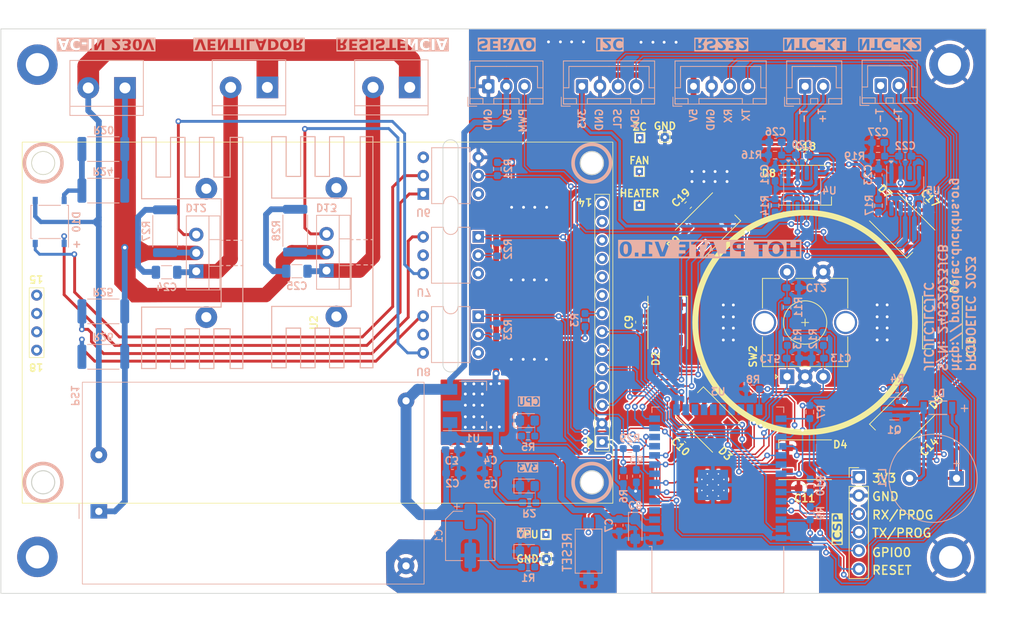
<source format=kicad_pcb>
(kicad_pcb (version 20221018) (generator pcbnew)
  (title_block (title "HOT PLATE") (rev "Versión 1") (company "PRODOELEC ELECTRONICS") (comment 1 "24032023JCB") (comment 2 "Juanjo") (comment 3 "Juanjo"))
  (layers (0 "F.Cu" signal) (31 "B.Cu" signal) (34 "B.Paste" user) (35 "F.Paste" user) (36 "B.SilkS" user "B.Silkscreen") (37 "F.SilkS" user "F.Silkscreen") (38 "B.Mask" user) (39 "F.Mask" user) (44 "Edge.Cuts" user))
  (net 0 "")
  (net 1 "+5V")
  (net 2 "GND")
  (net 3 "+3V3")
  (net 4 "SW_ENC")
  (net 5 "CK_ENC")
  (net 6 "Net-(J7-Pin_2)")
  (net 7 "Net-(C24-Pad1)")
  (net 8 "Net-(D12-A1)")
  (net 9 "Net-(C25-Pad1)")
  (net 10 "Net-(D13-A1)")
  (net 11 "Net-(D1-A)")
  (net 12 "Net-(D2-DOUT)")
  (net 13 "LED_ENC")
  (net 14 "Net-(D3-DOUT)")
  (net 15 "Net-(D4-DOUT)")
  (net 16 "Net-(D5-DOUT)")
  (net 17 "Net-(D6-DOUT)")
  (net 18 "Net-(D7-DOUT)")
  (net 19 "Net-(D8-DOUT)")
  (net 21 "Net-(D10-+)")
  (net 22 "Net-(D10--)")
  (net 23 "NEUT")
  (net 24 "Net-(D10-Pad4)")
  (net 25 "LINE")
  (net 26 "Net-(D12-G)")
  (net 27 "Net-(D13-G)")
  (net 28 "RX_PROG")
  (net 29 "TX_PROG")
  (net 30 "Net-(LD1-A)")
  (net 31 "Net-(LD2-A)")
  (net 32 "Net-(Q1-B)")
  (net 33 "Net-(U2-LED)")
  (net 34 "BUZZER")
  (net 35 "SCL")
  (net 36 "SDA")
  (net 37 "DT_ENC")
  (net 38 "MAX_CS1{slash}NTC1")
  (net 39 "MAX_CS2{slash}NTC2")
  (net 40 "Net-(R22-Pad2)")
  (net 41 "ZERO_C")
  (net 42 "Net-(R23-Pad2)")
  (net 43 "GPIO0")
  (net 45 "SSR_FAN")
  (net 46 "SSR_HEATER")
  (net 47 "MAX_SCK")
  (net 48 "MAX_SO")
  (net 55 "TFT_DC")
  (net 56 "TFT_CS")
  (net 58 "Net-(LD3-A)")
  (net 59 "SCK")
  (net 61 "MOSI")
  (net 75 "LED_CPU")
  (net 80 "Net-(R25-Pad1)")
  (net 81 "Net-(R26-Pad1)")
  (net 82 "Net-(J6-Pin_2)")
  (net 83 "RX_232")
  (net 84 "TX_232")
  (net 85 "RST_ESP")
  (net 86 "RST_PROG")
  (net 87 "PWM{slash}SERVO")
  (footprint "Connector_PinHeader_2.54mm:PinHeader_1x06_P2.54mm_Vertical" (layer "F.Cu") (at 203.525 123.82)
    (fp_text reference "J2" hide)
    (fp_text value "ISCP")
  )
  (footprint "LED_SMD:LED_WS2812B_PLCC4_5.0x5.0mm_P3.2mm" (layer "F.Cu") (at 182.664971 88.964971 45)
    (fp_text reference "D9")
    (fp_text value "WS2812B")
  )
  (footprint "MountingHole:MountingHole_3.2mm_M3_DIN965_Pad" (layer "F.Cu") (at 89.9 66.7)
    (fp_text reference "H1" hide)
    (fp_text value "MountingHole")
  )
  (footprint "TestPoint:TestPoint_THTPad_1.0x1.0mm_Drill0.5mm" (layer "F.Cu") (at 160.25 131.75)
    (fp_text reference "TP5" hide)
    (fp_text value "CPU")
  )
  (footprint "LED_SMD:LED_WS2812B_PLCC4_5.0x5.0mm_P3.2mm" (layer "F.Cu") (at 196.1 121.4 180)
    (fp_text reference "D4")
    (fp_text value "WS2812B")
  )
  (footprint "Capacitor_SMD:C_0603_1608Metric_Pad1.08x0.95mm_HandSolder" (layer "F.Cu") (at 179.854222 118.575068 135)
    (fp_text reference "C10")
    (fp_text value "100nF")
  )
  (footprint "Capacitor_SMD:C_0603_1608Metric_Pad1.08x0.95mm_HandSolder" (layer "F.Cu") (at 212.345778 86.224932 -45)
    (fp_text reference "C17")
    (fp_text value "100nF")
  )
  (footprint "Display:ILI9341" (layer "F.Cu") (at 128.65 102.425 90)
    (fp_text reference "U2")
    (fp_text value "ILI9341")
  )
  (footprint "Capacitor_SMD:C_0603_1608Metric_Pad1.08x0.95mm_HandSolder" (layer "F.Cu") (at 196.15 79.475)
    (fp_text reference "C18")
    (fp_text value "100nF")
  )
  (footprint "MountingHole:MountingHole_3.2mm_M3_DIN965_Pad" (layer "F.Cu") (at 216.075 66.65)
    (fp_text reference "H2" hide)
    (fp_text value "MountingHole_Pad")
  )
  (footprint "MountingHole:MountingHole_3.2mm_M3_DIN965_Pad" (layer "F.Cu") (at 216.225 134.925)
    (fp_text reference "H4" hide)
    (fp_text value "MountingHole_Pad")
  )
  (footprint "TestPoint:TestPoint_THTPad_1.0x1.0mm_Drill0.5mm" (layer "F.Cu") (at 173.175 81.48125)
    (fp_text reference "TP2" hide)
    (fp_text value "FAN")
  )
  (footprint "LED_SMD:LED_WS2812B_PLCC4_5.0x5.0mm_P3.2mm" (layer "F.Cu") (at 209.535029 115.835029 -135)
    (fp_text reference "D5")
    (fp_text value "WS2812B")
  )
  (footprint "Capacitor_SMD:C_0603_1608Metric_Pad1.08x0.95mm_HandSolder" (layer "F.Cu") (at 196.05 125.325 180)
    (fp_text reference "C11")
    (fp_text value "100nF")
  )
  (footprint "Capacitor_SMD:C_0603_1608Metric_Pad1.08x0.95mm_HandSolder" (layer "F.Cu") (at 179.924932 86.154222 45)
    (fp_text reference "C19")
    (fp_text value "100nF")
  )
  (footprint "TestPoint:TestPoint_THTPad_1.0x1.0mm_Drill0.5mm" (layer "F.Cu") (at 176.7 76.75)
    (fp_text reference "TP4" hide)
    (fp_text value "GND")
  )
  (footprint "Capacitor_SMD:C_0603_1608Metric_Pad1.08x0.95mm_HandSolder" (layer "F.Cu") (at 173.175 102.35 90)
    (fp_text reference "C9")
    (fp_text value "100nF")
  )
  (footprint "TestPoint:TestPoint_THTPad_1.0x1.0mm_Drill0.5mm" (layer "F.Cu") (at 173.175 86.18125)
    (fp_text reference "TP1" hide)
    (fp_text value "HEATER")
  )
  (footprint "TestPoint:TestPoint_THTPad_1.0x1.0mm_Drill0.5mm" (layer "F.Cu") (at 173.225 76.80625)
    (fp_text reference "TP3" hide)
    (fp_text value "ZC")
  )
  (footprint "MountingHole:MountingHole_3.2mm_M3_DIN965_Pad" (layer "F.Cu") (at 89.9 134.85)
    (fp_text reference "H3" hide)
    (fp_text value "MountingHole")
  )
  (footprint "TestPoint:TestPoint_THTPad_1.0x1.0mm_Drill0.5mm" (layer "F.Cu") (at 160.3 135.125)
    (fp_text reference "TP6" hide)
    (fp_text value "GND")
  )
  (footprint "Capacitor_SMD:C_0603_1608Metric_Pad1.08x0.95mm_HandSolder" (layer "F.Cu") (at 212.275068 118.645778 -135)
    (fp_text reference "C14")
    (fp_text value "100nF")
  )
  (footprint "LED_SMD:LED_WS2812B_PLCC4_5.0x5.0mm_P3.2mm" (layer "F.Cu") (at 215.1 102.4 -90)
    (fp_text reference "D6")
    (fp_text value "WS2812B")
  )
  (footprint "LED_SMD:LED_WS2812B_PLCC4_5.0x5.0mm_P3.2mm" (layer "F.Cu") (at 177.1 102.4 90)
    (fp_text reference "D2")
    (fp_text value "WS2812B")
  )
  (footprint "Capacitor_SMD:C_0603_1608Metric_Pad1.08x0.95mm_HandSolder" (layer "F.Cu") (at 219.025 102.45 -90)
    (fp_text reference "C16")
    (fp_text value "100nF")
  )
  (footprint "LED_SMD:LED_WS2812B_PLCC4_5.0x5.0mm_P3.2mm" (layer "F.Cu") (at 182.664971 115.835029 135)
    (fp_text reference "D3")
    (fp_text value "WS2812B")
  )
  (footprint "Rotary_Encoder:RotaryEncoder_Alps_EC11E-Switch_Vertical_H20mm_CircularMountingHoles" (layer "F.Cu") (at 193.6 109.9 90)
    (fp_text reference "SW2")
    (fp_text value "RotaryEncoder_Switch")
  )
  (footprint "LED_SMD:LED_WS2812B_PLCC4_5.0x5.0mm_P3.2mm" (layer "F.Cu") (at 196.1 83.4)
    (fp_text reference "D8")
    (fp_text value "WS2812B")
  )
  (footprint "LED_SMD:LED_WS2812B_PLCC4_5.0x5.0mm_P3.2mm" (layer "F.Cu") (at 209.535029 88.964971 -45)
    (fp_text reference "D7")
    (fp_text value "WS2812B")
  )
  (footprint "Diode_SMD:DIODE_BAS85_115-M" (layer "B.Cu") (at 214.475 114.2 180)
    (fp_text reference "D1")
    (fp_text value "BAS85-115")
  )
  (footprint "Package_TO_SOT_THT:TO-220-3_Vertical" (layer "B.Cu") (at 129.89 95.215 90)
    (fp_text reference "D13")
    (fp_text value "BTB10-800CWRG")
  )
  (footprint "Resistor_SMD:R_0603_1608Metric_Pad0.98x0.95mm_HandSolder" (layer "B.Cu") (at 191.945 86.195 90)
    (fp_text reference "R14")
    (fp_text value "0 *")
  )
  (footprint "Resistor_SMD:R_0603_1608Metric_Pad0.98x0.95mm_HandSolder" (layer "B.Cu") (at 171.85 119.85)
    (fp_text reference "R29")
    (fp_text value "470")
  )
  (footprint "Capacitor_SMD:C_0603_1608Metric_Pad1.08x0.95mm_HandSolder" (layer "B.Cu") (at 152.575 123.265 180)
    (fp_text reference "C5")
    (fp_text value "100nF/25V")
  )
  (footprint "LED_SMD:LED_0805_2012Metric_Pad1.15x1.40mm_HandSolder" (layer "B.Cu") (at 157.675 125.0375)
    (fp_text reference "LD2" hide)
    (fp_text value "3V3")
  )
  (footprint "Resistor_SMD:R_0603_1608Metric_Pad0.98x0.95mm_HandSolder" (layer "B.Cu") (at 157.7875 136.25)
    (fp_text reference "R1")
    (fp_text value "4K7")
  )
  (footprint "Capacitor_SMD:C_0603_1608Metric_Pad1.08x0.95mm_HandSolder" (layer "B.Cu") (at 172.75 123.675 -90)
    (fp_text reference "C6")
    (fp_text value "100nF")
  )
  (footprint "Resistor_SMD:R_0603_1608Metric_Pad0.98x0.95mm_HandSolder" (layer "B.Cu") (at 153.5 92.275 -90)
    (fp_text reference "R22")
    (fp_text value "220")
  )
  (footprint "Resistor_SMD:R_2512_6332Metric" (layer "B.Cu") (at 125.565 89.6875 -90)
    (fp_text reference "R28")
    (fp_text value "39 *")
  )
  (footprint "Resistor_SMD:R_0603_1608Metric_Pad0.98x0.95mm_HandSolder" (layer "B.Cu") (at 208.85 111.6 180)
    (fp_text reference "R4")
    (fp_text value "1K")
  )
  (footprint "Resistor_SMD:R_2512_6332Metric" (layer "B.Cu") (at 99.0175 100.86)
    (fp_text reference "R25")
    (fp_text value "1K")
  )
  (footprint "Package_DIP:DIP-6_W7.62mm" (layer "B.Cu") (at 150.88 90.545 180)
    (fp_text reference "U7")
    (fp_text value "MOC3021M")
  )
  (footprint "TerminalBlock:TerminalBlock_bornier-2_P5.08mm" (layer "B.Cu") (at 141.405 69.85 180)
    (fp_text reference "J9" hide)
    (fp_text value "RESISTENCIA")
  )
  (footprint "Connector_JST:JST_XH_B2B-XH-A_1x02_P2.50mm_Vertical" (layer "B.Cu") (at 206.55 69.6)
    (fp_text reference "J7" hide)
    (fp_text value "SONDA 2")
  )
  (footprint "Resistor_SMD:R_0603_1608Metric_Pad0.98x0.95mm_HandSolder" (layer "B.Cu") (at 193.6 100.2875 -90)
    (fp_text reference "R11")
    (fp_text value "10K")
  )
  (footprint "Resistor_SMD:R_0603_1608Metric_Pad0.98x0.95mm_HandSolder" (layer "B.Cu") (at 191.94 79.225)
    (fp_text reference "R16")
    (fp_text value "100K")
  )
  (footprint "Capacitor_SMD:C_0603_1608Metric_Pad1.08x0.95mm_HandSolder" (layer "B.Cu") (at 195.695 79.225 180)
    (fp_text reference "C20")
    (fp_text value "100nF")
  )
  (footprint "Resistor_SMD:R_2512_6332Metric" (layer "B.Cu") (at 107.57 89.765 -90)
    (fp_text reference "R27")
    (fp_text value "39 *")
  )
  (footprint "Capacitor_SMD:C_1206_3216Metric" (layer "B.Cu") (at 107.77 95.44)
    (fp_text reference "C24")
    (fp_text value "10nF/400V")
  )
  (footprint "Converter_ACDC:Converter_ACDC_HiLink_HLK-10Mxx" (layer "B.Cu") (at 98.395 128.545)
    (fp_text reference "PS1")
    (fp_text value "HLK-10M05")
  )
  (footprint "Capacitor_SMD:C_0603_1608Metric_Pad1.08x0.95mm_HandSolder" (layer "B.Cu") (at 147.215 120.02)
    (fp_text reference "C3")
    (fp_text value "10uF/25V")
  )
  (footprint "Resistor_SMD:R_0603_1608Metric_Pad0.98x0.95mm_HandSolder" (layer "B.Cu") (at 198.625 104.6625 90)
    (fp_text reference "R12")
    (fp_text value "10K")
  )
  (footprint "Resistor_SMD:R_0603_1608Metric_Pad0.98x0.95mm_HandSolder" (layer "B.Cu") (at 206.195 79.375)
    (fp_text reference "R19")
    (fp_text value "100K")
  )
  (footprint "Heatsink:Heatsink_Stonecold_HS-132_32x14mm_2xFixation1.5mm" (layer "B.Cu") (at 113.315 92.77 90)
    (fp_text reference "HS1" hide)
    (fp_text value "Heatsink_Pad" hide)
  )
  (footprint "Capacitor_SMD:C_0603_1608Metric_Pad1.08x0.95mm_HandSolder" (layer "B.Cu") (at 194.375 97.575)
    (fp_text reference "C12")
    (fp_text value "100nF")
  )
  (footprint "Heatsink:Heatsink_Stonecold_HS-132_32x14mm_2xFixation1.5mm" (layer "B.Cu") (at 131.31 92.675 90)
    (fp_text reference "HS2" hide)
    (fp_text value "Heatsink_Pad" hide)
  )
  (footprint "Resistor_SMD:R_0603_1608Metric_Pad0.98x0.95mm_HandSolder" (layer "B.Cu") (at 196.8 124.9875 90)
    (fp_text reference "R10")
    (fp_text value "10K")
  )
  (footprint "Connector_JST:JST_XH_B3B-XH-A_1x03_P2.50mm_Vertical" (layer "B.Cu") (at 152.28125 69.7)
    (fp_text reference "J4" hide)
    (fp_text value "SERVO")
  )
  (footprint "Capacitor_SMD:CP_Elec_6.3x7.7" (layer "B.Cu") (at 149.775 131.95 -90)
    (fp_text reference "C1")
    (fp_text value "220uF/16V")
  )
  (footprint "LED_SMD:LED_0805_2012Metric_Pad1.15x1.40mm_HandSolder" (layer "B.Cu") (at 157.675 115.975)
    (fp_text reference "LD3" hide)
    (fp_text value "CPU")
  )
  (footprint "Connector_JST:JST_XH_B4B-XH-A_1x04_P2.50mm_Vertical" (layer "B.Cu") (at 180.665624 69.7)
    (fp_text reference "J3" hide)
    (fp_text value "PANTALLA NEXTION")
  )
  (footprint "Capacitor_SMD:C_0603_1608Metric_Pad1.08x0.95mm_HandSolder" (layer "B.Cu") (at 192 77.425 180)
    (fp_text reference "C26")
    (fp_text value "100nF")
  )
  (footprint "Capacitor_SMD:C_0603_1608Metric_Pad1.08x0.95mm_HandSolder" (layer "B.Cu") (at 152.575 120 180)
    (fp_text reference "C4")
    (fp_text value "10uF/25V")
  )
  (footprint "Package_DIP:DIP-6_W7.62mm" (layer "B.Cu") (at 150.88 101.53 180)
    (fp_text reference "U8")
    (fp_text value "MOC3021M")
  )
  (footprint "Resistor_SMD:R_0603_1608Metric_Pad0.98x0.95mm_HandSolder" (layer "B.Cu") (at 157.7875 118.125)
    (fp_text reference "R5")
    (fp_text value "470")
  )
  (footprint "Connector_JST:JST_XH_B4B-XH-A_1x04_P2.50mm_Vertical" (layer "B.Cu") (at 165.223437 69.7)
    (fp_text reference "J5" hide)
    (fp_text value "I2C")
  )
  (footprint "Capacitor_SMD:C_0603_1608Metric_Pad1.08x0.95mm_HandSolder" (layer "B.Cu") (at 197.85 107.35 180)
    (fp_text reference "C13")
    (fp_text value "100nF")
  )
  (footprint "Capacitor_SMD:C_1206_3216Metric" (layer "B.Cu") (at 125.79 95.3)
    (fp_text reference "C25")
    (fp_text value "10nF/400V")
  )
  (footprint "Resistor_SMD:R_0603_1608Metric_Pad0.98x0.95mm_HandSolder" (layer "B.Cu") (at 170.95 123.8 90)
    (fp_text reference "R6")
    (fp_text value "10K")
  )
  (footprint "Package_SO:SOIC-8_3.9x4.9mm_P1.27mm" (layer "B.Cu") (at 209.945 84.175 -90)
    (fp_text reference "U5")
    (fp_text value "MAX6675")
  )
  (footprint "Resistor_SMD:R_0603_1608Metric_Pad0.98x0.95mm_HandSolder" (layer "B.Cu") (at 165.65 102.0625 -90)
    (fp_text reference "R3")
    (fp_text value "0")
  )
  (footprint "Resistor_SMD:R_0603_1608Metric_Pad0.98x0.95mm_HandSolder" (layer "B.Cu") (at 153.525 81.15 90)
    (fp_text reference "R21")
    (fp_text value "10K")
  )
  (footprint "Capacitor_SMD:C_0603_1608Metric_Pad1.08x0.95mm_HandSolder" (layer "B.Cu") (at 194.4 107.35)
    (fp_text reference "C15")
    (fp_text value "100nF")
  )
  (footprint "Capacitor_SMD:C_0603_1608Metric_Pad1.08x0.95mm_HandSolder" (layer "B.Cu") (at 147.3125 123.255)
    (fp_text reference "C2")
    (fp_text value "100nF/25V")
  )
  (footprint "Package_SO:SOIC-8_3.9x4.9mm_P1.27mm" (layer "B.Cu") (at 195.695 84.175 -90)
    (fp_text reference "U4")
    (fp_text value "MAX6675")
  )
  (footprint "Diode_SMD:Diode_Bridge_Diotec_ABS" (layer "B.Cu") (at 91.6 88.475 90)
    (fp_text reference "D10")
    (fp_text value "ABS8")
  )
  (footprint "Resistor_SMD:R_2512_6332Metric" (layer "B.Cu") (at 99.0175 107.15)
    (fp_text reference "R26")
    (fp_text value "1K")
  )
  (footprint "Resistor_SMD:R_2512_6332Metric" (layer "B.Cu") (at 99.0175 84.14)
    (fp_text reference "R24")
    (fp_text value "120K")
  )
  (footprint "Resistor_SMD:R_0603_1608Metric_Pad0.98x0.95mm_HandSolder" (layer "B.Cu") (at 196.75 114.7875 90)
    (fp_text reference "R7")
    (fp_text value "10K")
  )
  (footprint "TerminalBlock:TerminalBlock_bornier-2_P5.08mm" (layer "B.Cu") (at 102.015 69.925 180)
    (fp_text reference "J1" hide)
    (fp_text value "IN-AC")
  )
  (footprint "TerminalBlock:TerminalBlock_bornier-2_P5.08mm" (layer "B.Cu") (at 121.71 69.85 180)
    (fp_text reference "J8" hide)
    (fp_text value "VENTILADOR")
  )
  (footprint "Capacitor_SMD:C_0603_1608Metric_Pad1.08x0.95mm_HandSolder" (layer "B.Cu") (at 191.945 81.925 -90)
    (fp_text reference "C21")
    (fp_text value "100nF")
  )
  (footprint "Resistor_SMD:R_0603_1608Metric_Pad0.98x0.95mm_HandSolder" (layer "B.Cu") (at 193.625 104.6625 90)
    (fp_text reference "R13")
    (fp_text value "10K")
  )
  (footprint "Capacitor_SMD:C_0603_1608Metric_Pad1.08x0.95mm_HandSolder" (layer "B.Cu") (at 206.245 81.955 -90)
    (fp_text reference "C23")
    (fp_text value "100nF")
  )
  (footprint "Package_DIP:DIP-6_W7.62mm" (layer "B.Cu") (at 143.28 84.61)
    (fp_text reference "U6")
    (fp_text value "4N25")
  )
  (footprint "Resistor_SMD:R_2512_6332Metric" (layer "B.Cu") (at 99.0175 78.39)
    (fp_text reference "R20")
    (fp_text value "120K")
  )
  (footprint "Package_TO_SOT_SMD:SOT-23" (layer "B.Cu") (at 208.4375 114.325 180)
    (fp_text reference "Q1")
    (fp_text value "BC847")
  )
  (footprint "Capacitor_SMD:C_0603_1608Metric_Pad1.08x0.95mm_HandSolder" (layer "B.Cu") (at 170.4 130.475 -90)
    (fp_text reference "C7")
    (fp_text value "100nF")
  )
  (footprint "Capacitor_SMD:C_0603_1608Metric_Pad1.08x0.95mm_HandSolder" (layer "B.Cu") (at 206.2 77.475 180)
    (fp_text reference "C27")
    (fp_text value "100nF")
  )
  (footprint "Package_TO_SOT_THT:TO-220-3_Vertical" (layer "B.Cu") (at 111.87 95.31 90)
    (fp_text reference "D12")
    (fp_text value "BTB10-800CWRG")
  )
  (footprint "Buzzer_Beeper:Buzzer_12x9.5RM6.5" (layer "B.Cu") (at 217.6 123.975 180)
    (fp_text reference "LS1")
    (fp_text value "PKMCS0909E4000-R1")
  )
  (footprint "Button_Switch_SMD:SW_SPST_CK_RS282G05A3" (layer "B.Cu") (at 166.15 134.05 90)
    (fp_text reference "SW1" hide)
    (fp_text value "RESET")
  )
  (footprint "Connector_JST:JST_XH_B2B-XH-A_1x02_P2.50mm_Vertical" (layer "B.Cu") (at 196.107811 69.7)
    (fp_text reference "J6" hide)
    (fp_text value "SONDA 1")
  )
  (footprint "Resistor_SMD:R_0603_1608Metric_Pad0.98x0.95mm_HandSolder" (layer "B.Cu") (at 157.95 127.35)
    (fp_text reference "R2")
    (fp_text value "470")
  )
  (footprint "Resistor_SMD:R_0603_1608Metric_Pad0.98x0.95mm_HandSolder" (layer "B.Cu") (at 206.25 86.225 90)
    (fp_text reference "R17")
    (fp_text value "0 *")
  )
  (footprint "Capacitor_SMD:C_0603_1608Metric_Pad1.08x0.95mm_HandSolder" (layer "B.Cu") (at 209.95 79.375 180)
    (fp_text reference "C22")
    (fp_text value "100nF")
  )
  (footprint "Package_TO_SOT_SMD:SOT-223-3_TabPin2" (layer "B.Cu") (at 150.135 113.955)
    (fp_text reference "U1")
    (fp_text value "LD1117S33TR_SOT223")
  )
  (footprint "Resistor_SMD:R_0603_1608Metric_Pad0.98x0.95mm_HandSolder" (layer "B.Cu") (at 196.8 128.7875 90)
    (fp_text reference "R9")
    (fp_text value "10K")
  )
  (footprint "Capacitor_Tantalum_SMD:CP_EIA-3216-10_Kemet-I" (layer "B.Cu") (at 172.6 131 -90)
    (fp_text reference "C8")
    (fp_text value "100uF/10V")
  )
  (footprint "RF_Module:ESP32-WROOM-32" (layer "B.Cu") (at 184.025 123.98)
    (fp_text reference "U3")
    (fp_text value "ESP32-WROOM-32")
  )
  (footprint "LED_SMD:LED_0805_2012Metric_Pad1.15x1.40mm_HandSolder" (layer "B.Cu") (at 157.675 134.1)
    (fp_text reference "LD1" hide)
    (fp_text value "5V")
  )
  (footprint "Resistor_SMD:R_0603_1608Metric_Pad0.98x0.95mm_HandSolder" (layer "B.Cu") (at 153.45 103.4 -90)
    (fp_text reference "R23")
    (fp_text value "220")
  )
  (footprint "Resistor_SMD:R_0603_1608Metric_Pad0.98x0.95mm_HandSolder" (layer "B.Cu") (at 188.8625 111.6)
    (fp_text reference "R8")
    (fp_text value "10K")
  )
  (gr_circle locked (center 90.692709 124.52) (end 93.292709 124.52) (stroke (width 0.5)) (fill none) (layer "B.SilkS"))
  (gr_poly (pts (xy 207.75 80.05) (xy 208.25 80.05) (xy 208 80.3)) (stroke (width 0.15)) (fill solid) (layer "B.SilkS"))
  (gr_circle locked (center 90.697292 80.32) (end 93.297292 80.32) (stroke (width 0.5)) (fill none) (layer "B.SilkS"))
  (gr_circle locked (center 166.6 80.327292) (end 169.2 80.327292) (stroke (width 0.5)) (fill none) (layer "B.SilkS"))
  (gr_circle locked (center 166.602708 124.53) (end 169.202708 124.53) (stroke (width 0.5)) (fill none) (layer "B.SilkS"))
  (gr_poly (pts (xy 193.55 79.9) (xy 194.05 79.9) (xy 193.8 80.15)) (stroke (width 0.15)) (fill solid) (layer "B.SilkS"))
  (gr_circle (center 196.1 102.4) (end 211.3 102.5) (stroke (width 0.8)) (fill none) (layer "F.SilkS"))
  (gr_rect (start 84.85 61.75) (end 221.15 139.9) (stroke (width 0.1)) (fill none) (layer "Edge.Cuts"))
  (gr_circle locked (center 90.697292 80.32) (end 92.297292 80.32) (stroke (width 0.1)) (fill none) (layer "Edge.Cuts"))
  (gr_circle locked (center 90.692709 124.52) (end 92.292709 124.52) (stroke (width 0.15)) (fill none) (layer "Edge.Cuts"))
  (gr_line (start 148.1 108.2) (end 148.1 78.15) (stroke (width 0.1)) (layer "Edge.Cuts"))
  (gr_arc (start 146 78.15) (mid 147.05 77.1) (end 148.1 78.15) (stroke (width 0.1)) (layer "Edge.Cuts"))
  (gr_circle locked (center 166.6 80.327292) (end 168.2 80.327292) (stroke (width 0.15)) (fill none) (layer "Edge.Cuts"))
  (gr_circle locked (center 166.602708 124.53) (end 168.202708 124.53) (stroke (width 0.15)) (fill none) (layer "Edge.Cuts"))
  (gr_line (start 146 78.15) (end 146 108.2) (stroke (width 0.1)) (layer "Edge.Cuts"))
  (gr_arc (start 148.1 108.2) (mid 147.05 109.25) (end 146 108.2) (stroke (width 0.1)) (layer "Edge.Cuts"))
  (gr_text "I2C" (at 169.075 62.9 180) (layer "B.SilkS" knockout) (effects (font (size 1.5 1.5) (thickness 0.2) bold) (justify bottom mirror)))
  (gr_text "+" (at 96.1 92.1) (layer "B.SilkS") (effects (font (size 1 1) (thickness 0.2)) (justify left bottom mirror)))
  (gr_text "3V3" (at 165.825 72.675 90) (layer "B.SilkS") (effects (font (size 1 1) (thickness 0.2)) (justify left bottom mirror)))
  (gr_text "5V" (at 157.252619 131.55) (layer "B.SilkS" knockout) (effects (font (size 1 1) (thickness 0.2) bold) (justify mirror)))
  (gr_text "VENTILADOR" (at 119.2 62.9 180) (layer "B.SilkS" knockout) (effects (font (size 1.5 1.5) (thickness 0.2) bold) (justify bottom mirror)))
  (gr_text "RX" (at 186.05 72.675 90) (layer "B.SilkS") (effects (font (size 1 1) (thickness 0.2)) (justify left bottom mirror)))
  (gr_text "GND" (at 168.2 72.675 90) (layer "B.SilkS") (effects (font (size 1 1) (thickness 0.2)) (justify left bottom mirror)))
  (gr_text "TX" (at 188.525 72.675 90) (layer "B.SilkS") (effects (font (size 1 1) (thickness 0.2)) (justify left bottom mirror)))
  (gr_text "5V\n" (at 155.525 72.675 90) (layer "B.SilkS") (effects (font (size 1 1) (thickness 0.2)) (justify left bottom mirror)))
  (gr_text "T+\n" (at 209.575 72.675 90) (layer "B.SilkS") (effects (font (size 1 1) (thickness 0.2)) (justify left bottom mirror)))
  (gr_text "T+\n" (at 199.05 72.675 90) (layer "B.SilkS") (effects (font (size 1 1) (thickness 0.2)) (justify left bottom mirror)))
  (gr_text "T-\n" (at 207.025 72.675 90) (layer "B.SilkS") (effects (font (size 1 1) (thickness 0.2)) (justify left bottom mirror)))
  (gr_text "SDA" (at 173.175 72.675 90) (layer "B.SilkS") (effects (font (size 1 1) (thickness 0.2)) (justify left bottom mirror)))
  (gr_text "GND" (at 152.825 72.675 90) (layer "B.SilkS") (effects (font (size 1 1) (thickness 0.2)) (justify left bottom mirror)))
  (gr_text "NTC-K1" (at 197.4 62.9 180) (layer "B.SilkS" knockout) (effects (font (size 1.5 1.5) (thickness 0.2) bold) (justify bottom mirror)))
  (gr_text "PWM\n" (at 157.65 72.675 90) (layer "B.SilkS") (effects (font (size 1 1) (thickness 0.2)) (justify left bottom mirror)))
  (gr_text "CPU\n" (at 157.871666 113.375) (layer "B.SilkS" knockout) (effects (font (size 1 1) (thickness 0.2) bold) (justify mirror)))
  (gr_text "RESET" (at 163.2 134.2 90) (layer "B.SilkS") (effects (font (size 1.2 1.2) (thickness 0.2) bold) (justify mirror)))
  (gr_text "PRODOELEC 2023\nhttp://prodoelec.duckdns.org\nS/N: 24032023JCB\nJLCJLCJLCJLC\n\n\n" (at 214.137 109.294 270) (layer "B.SilkS") (effects (font (size 1.2 1.2) (thickness 0.24) bold) (justify left mirror)))
  (gr_text "AC-IN 230V" (at 99.4 62.9 180) (layer "B.SilkS" knockout) (effects (font (size 1.5 1.5) (thickness 0.2) bold) (justify bottom mirror)))
  (gr_text "GND" (at 183.625 72.675 90) (layer "B.SilkS") (effects (font (size 1 1) (thickness 0.2)) (justify left bottom mirror)))
  (gr_text "SERVO" (at 154.8 62.9 180) (layer "B.SilkS" knockout) (effects (font (size 1.5 1.5) (thickness 0.2) bold) (justify bottom mirror)))
  (gr_text "3V3" (at 157.728809 122.5) (layer "B.SilkS" knockout) (effects (font (size 1 1) (thickness 0.2) bold) (justify mirror)))
  (gr_text "5V\n" (at 181.25 72.675 90) (layer "B.SilkS") (effects (font (size 1 1) (thickness 0.2)) (justify left bottom mirror)))
  (gr_text "HOT PLATE V1.0" (at 182.97 93.593) (layer "B.SilkS" knockout) (effects (font (size 2 2) (thickness 0.2) bold) (justify bottom mirror)))
  (gr_text "RESISTENCIA\n" (at 138.95 62.9 180) (layer "B.SilkS" knockout) (effects (font (size 1.5 1.5) (thickness 0.2) bold) (justify bottom mirror)))
  (gr_text "NTC-K2" (at 207.8 62.9 180) (layer "B.SilkS" knockout) (effects (font (size 1.5 1.5) (thickness 0.2) bold) (justify bottom mirror)))
  (gr_text "SCL\n" (at 170.75 72.675 90) (layer "B.SilkS") (effects (font (size 1 1) (thickness 0.2)) (justify left bottom mirror)))
  (gr_text "RS232" (at 184.5 62.9 180) (layer "B.SilkS" knockout) (effects (font (size 1.5 1.5) (thickness 0.2) bold) (justify bottom mirror)))
  (gr_text "T-\n" (at 196.5 72.675 90) (layer "B.SilkS") (effects (font (size 1 1) (thickness 0.2)) (justify left bottom mirror)))
  (gr_text "TX/PROG" (at 205.25 132.25) (layer "F.SilkS") (effects (font (size 1.2 1.2) (thickness 0.2) bold) (justify left bottom)))
  (gr_text "3V3" (at 205.25 124.65) (layer "F.SilkS") (effects (font (size 1.2 1.2) (thickness 0.2) bold) (justify left bottom)))
  (gr_text "ICSP" (at 201.35 133.21 90) (layer "F.SilkS" knockout) (effects (font (size 1.2 1.2) (thickness 0.2) bold) (justify left bottom)))
  (gr_text "GPIO0" (at 205.25 134.95) (layer "F.SilkS") (effects (font (size 1.2 1.2) (thickness 0.2) bold) (justify left bottom)))
  (gr_text "RX/PROG" (at 205.25 129.75) (layer "F.SilkS") (effects (font (size 1.2 1.2) (thickness 0.2) bold) (justify left bottom)))
  (gr_text "GND" (at 205.25 127.2) (layer "F.SilkS") (effects (font (size 1.2 1.2) (thickness 0.2) bold) (justify left bottom)))
  (gr_text "RESET" (at 205.25 137.4) (layer "F.SilkS") (effects (font (size 1.2 1.2) (thickness 0.2) bold) (justify left bottom)))
  (segment (start 172.375 103.125) (end 171.85 102.6) (width 0.4) (layer "F.Cu") (net 1))
  (segment (start 195.375 81.075) (end 194.7 81.75) (width 0.4) (layer "F.Cu") (net 1))
  (segment (start 195.4 77.75) (end 200.453511 77.75) (width 0.4) (layer "F.Cu") (net 1))
  (segment (start 175.45 106.4) (end 175.45 104.85) (width 0.4) (layer "F.Cu") (net 1))
  (segment (start 180.665624 68.115624) (end 180.665624 69.7) (width 0.8) (layer "F.Cu") (net 1))
  (segment (start 214.144336 123.975) (end 217.6 123.975) (width 0.4) (layer "F.Cu") (net 1))
  (segment (start 198.55 123.05) (end 198.55 124.85) (width 0.4) (layer "F.Cu") (net 1))
  (segment (start 179.362184 86.737817) (end 178.167588 87.932412) (width 0.4) (layer "F.Cu") (net 1))
  (segment (start 212.825306 118.1) (end 215.65 118.1) (width 0.4) (layer "F.Cu") (net 1))
  (segment (start 180.665624 69.7) (end 180.665624 77.3) (width 0.8) (layer "F.Cu") (net 1))
  (segment (start 199.9 122) (end 212.780664 122) (width 0.4) (layer "F.Cu") (net 1))
  (segment (start 171.85 102.6) (end 171.85 97.446489) (width 0.4) (layer "F.Cu") (net 1))
  (segment (start 154.78125 68.01875) (end 155.65 67.15) (width 0.8) (layer "F.Cu") (net 1))
  (segment (start 180.40223 117.40223) (end 178.517305 115.517305) (width 0.4) (layer "F.Cu") (net 1))
  (segment (start 180.40223 119.123076) (end 180.40223 117.40223) (width 0.4) (layer "F.Cu") (net 1))
  (segment (start 219 101.65) (end 219.025 101.675) (width 0.4) (layer "F.Cu") (net 1))
  (segment (start 178.517305 114.891526) (end 179 114.408831) (width 0.4) (layer "F.Cu") (net 1))
  (segment (start 211.79777 85.676924) (end 211.79777 85.70223) (width 0.4) (layer "F.Cu") (net 1))
  (segment (start 180.40223 119.123076) (end 182.841747 119.123076) (width 0.4) (layer "F.Cu") (net 1))
  (segment (start 195.375 79.475) (end 195.375 81.075) (width 0.4) (layer "F.Cu") (net 1))
  (segment (start 212.780664 122) (end 213.5005 122.719836) (width 0.4) (layer "F.Cu") (net 1))
  (segment (start 182.841747 119.123076) (end 183.230656 118.734167) (width 0.4) (layer "F.Cu") (net 1))
  (segment (start 198.55 124.85) (end 198.075 125.325) (width 0.4) (layer "F.Cu") (net 1))
  (segment (start 213.5005 123.331164) (end 214.144336 123.975) (width 0.4) (layer "F.Cu") (net 1))
  (segment (start 211.79777 85.70223) (end 210.75 86.75) (width 0.4) (layer "F.Cu") (net 1))
  (segment (start 214.2 84.55) (end 216.75 87.1) (width 0.4) (layer "F.Cu") (net 1))
  (segment (start 213.5005 122.719836) (end 213.5005 123.331164) (width 0.4) (layer "F.Cu") (net 1))
  (segment (start 179.7 67.15) (end 180.665624 68.115624) (width 0.8) (layer "F.Cu") (net 1))
  (segment (start 198.55 123.05) (end 198.85 123.05) (width 0.4) (layer "F.Cu") (net 1))
  (segment (start 212.924694 84.55) (end 214.2 84.55) (width 0.4) (layer "F.Cu") (net 1))
  (segment (start 217.6 120.05) (end 217.6 123.975) (width 0.4) (layer "F.Cu") (net 1))
  (segment (start 175.45 103.75) (end 174.825 103.125) (width 0.4) (layer "F.Cu") (net 1))
  (segment (start 218.325 101.675) (end 219.025 101.675) (width 0.4) (layer "F.Cu") (net 1))
  (segment (start 211.55 116.153511) (end 211.55 116.85) (width 0.4) (layer "F.Cu") (net 1))
  (segment (start 179 114.408831) (end 179 112) (width 0.4) (layer "F.Cu") (net 1))
  (segment (start 195.375 79.475) (end 195.4 79.45) (width 0.4) (layer "F.Cu") (net 1))
  (segment (start 216.75 87.1) (end 216.75 99.95) (width 0.4) (layer "F.Cu") (net 1))
  (segment (start 217.85 102.15) (end 218.325 101.675) (width 0.4) (layer "F.Cu") (net 1))
  (segment (start 195.4 79.45) (end 195.4 77.75) (width 0.4) (layer "F.Cu") (net 1))
  (segment (start 211.55 116.85) (end 212.79777 118.09777) (width 0.4) (layer "F.Cu") (net 1))
  (segment (start 198.85 123.05) (end 199.9 122) (width 0.4) (layer "F.Cu") (net 1))
  (segment (start 195.4 77.75) (end 180.915624 77.75) (width 0.4) (layer "F.Cu") (net 1))
  (segment (start 177.1 81.3) (end 177.1 86.864823) (width 0.8) (layer "F.Cu") (net 1))
  (segment (start 215.65 118.1) (end 217.6 120.05) (width 0.4) (layer "F.Cu") (net 1))
  (segment (start 200.453511 77.75) (end 200.653511 77.75) (width 0.4) (layer "F.Cu") (net 1))
  (segment (start 180.665624 77.734376) (end 177.1 81.3) (width 0.8) (layer "F.Cu") (net 1))
  (segment (start 216.75 99.95) (end 218.35 99.95) (width 0.4) (layer "F.Cu") (net 1))
  (segment (start 219 100.6) (end 219 101.65) (width 0.4) (layer "F.Cu") (net 1))
  (segment (start 210.75 86.75) (end 209.653511 86.75) (width 0.4) (layer "F.Cu") (net 1))
  (segment (start 174.825 103.125) (end 172.375 103.125) (width 0.4) (layer "F.Cu") (net 1))
  (segment (start 198.075 125.325) (end 196.825 125.325) (width 0.4) (layer "F.Cu") (net 1))
  (segment (start 212.823076 118.09777) (end 212.825306 118.1) (width 0.4) (layer "F.Cu") (net 1))
  (segment (start 180.915624 77.55) (end 180.665624 77.3) (width 0.4) (layer "F.Cu") (net 1))
  (segment (start 171.85 97.446489) (end 179.765833 89.530656) (width 0.4) (layer "F.Cu") (net 1))
  (segment (start 178.167588 87.932412) (end 179.765833 89.530656) (width 0.8) (layer "F.Cu") (net 1))
  (segment (start 218.35 99.95) (end 219 100.6) (width 0.4) (layer "F.Cu") (net 1))
  (segment (start 217.85 109.853511) (end 217.85 102.15) (width 0.4) (layer "F.Cu") (net 1))
  (segment (start 194.7 81.75) (end 193.65 81.75) (width 0.4) (layer "F.Cu") (net 1))
  (segment (start 155.65 67.15) (end 179.7 67.15) (width 0.8) (layer "F.Cu") (net 1))
  (segment (start 200.653511 77.75) (end 208.969344 86.065833) (width 0.4) (layer "F.Cu") (net 1))
  (segment (start 180.665624 77.3) (end 180.665624 77.734376) (width 0.8) (layer "F.Cu") (net 1))
  (segment (start 178.517305 115.517305) (end 178.517305 114.891526) (width 0.4) (layer "F.Cu") (net 1))
  (segment (start 177.1 86.864823) (end 178.167588 87.932412) (width 0.8) (layer "F.Cu") (net 1))
  (segment (start 212.434167 115.269344) (end 217.85 109.853511) (width 0.4) (layer "F.Cu") (net 1))
  (segment (start 211.79777 85.676924) (end 212.924694 84.55) (width 0.4) (layer "F.Cu") (net 1))
  (segment (start 175.45 104.85) (end 175.45 103.75) (width 0.4) (layer "F.Cu") (net 1))
  (segment (start 212.434167 115.269344) (end 211.55 116.153511) (width 0.4) (layer "F.Cu") (net 1))
  (segment (start 154.78125 69.7) (end 154.78125 68.01875) (width 0.8) (layer "F.Cu") (net 1))
  (segment (start 209.653511 86.75) (end 208.969344 86.065833) (width 0.4) (layer "F.Cu") (net 1))
  (via (at 175.45 106.4) (size 0.8) (drill 0.4) (layers "F.Cu" "B.Cu") (net 1))
  (via (at 179 112) (size 0.8) (drill 0.4) (layers "F.Cu" "B.Cu") (net 1))
  (segment (start 146.45 123.255) (end 146.45 127.5) (width 0.8) (layer "B.Cu") (net 1))
  (segment (start 146.45 128.865) (end 146.59 129.005) (width 0.254) (layer "B.Cu") (net 1))
  (segment (start 153.7 136.25) (end 152.55 135.1) (width 0.4) (layer "B.Cu") (net 1))
  (segment (start 154.78125 69.7) (end 154.78125 73.71875) (width 0.8) (layer "B.Cu") (net 1))
  (segment (start 175.45 109.15) (end 178.3 112) (width 0.4) (layer "B.Cu") (net 1))
  (segment (start 148.95 108.354106) (end 146.985 110.319106) (width 0.8) (layer "B.Cu") (net 1))
  (segment (start 154.78125 73.71875) (end 153.8 74.7) (width 0.8) (layer "B.Cu") (net 1))
  (segment (start 150.35 74.7) (end 148.95 76.1) (width 0.8) (layer "B.Cu") (net 1))
  (segment (start 178.3 112) (end 179 112) (width 0.4) (layer "B.Cu") (net 1))
  (segment (start 146.44 120.02) (end 146.44 123.1875) (width 0.8) (layer "B.Cu") (net 1))
  (segment (start 146.59 129.005) (end 144.925 129.005) (width 1.5) (layer "B.Cu") (net 1))
  (segment (start 153.8 74.7) (end 150.35 74.7) (width 0.8) (layer "B.Cu") (net 1))
  (segment (start 146.45 127.5) (end 146.45 128.865) (width 0.8) (layer "B.Cu") (net 1))
  (segment (start 151.55 129.2) (end 150.005 129.2) (width 0.4) (layer "B.Cu") (net 1))
  (segment (start 146.45 127.5) (end 147.95 129) (width 0.8) (layer "B.Cu") (net 1))
  (segment (start 146.985 111.655) (end 142.485 111.655) (width 1.5) (layer "B.Cu") (net 1))
  (segment (start 144.925 129.005) (end 142.805 129.005) (width 1.5) (layer "B.Cu") (net 1))
  (segment (start 152.55 130.2) (end 151.55 129.2) (width 0.4) (layer "B.Cu") (net 1))
  (segment (start 217.05 116.9) (end 216.4476 116.2976) (width 0.4) (layer "B.Cu") (net 1))
  (segment (start 148.95 76.1) (end 148.95 108.354106) (width 0.8) (layer "B.Cu") (net 1))
  (segment (start 156.875 136.25) (end 153.7 136.25) (width 0.4) (layer "B.Cu") (net 1))
  (segment (start 152.55 135.1) (end 152.55 130.2) (width 0.4) (layer "B.Cu") (net 1))
  (segment (start 146.43 127.5) (end 144.925 129.005) (width 0.8) (layer "B.Cu") (net 1))
  (segment (start 146.45 127.5) (end 146.43 127.5) (width 0.8) (layer "B.Cu") (net 1))
  (segment (start 147.95 129.005) (end 146.59 129.005) (width 1.5) (layer "B.Cu") (net 1))
  (segment (start 146.985 110.319106) (end 146.985 111.655) (width 0.8) (layer "B.Cu") (net 1))
  (segment (start 147.95 129) (end 147.95 129.005) (width 0.8) (layer "B.Cu") (net 1))
  (segment (start 149.81 129.005) (end 147.95 129.005) (width 1.5) (layer "B.Cu") (net 1))
  (segment (start 217.05 123.975) (end 217.05 116.9) (width 0.4) (layer "B.Cu") (net 1))
  (segment (start 150.005 129.2) (end 149.81 129.005) (width 0.4) (layer "B.Cu") (net 1))
  (segment (start 140.895 127.095) (end 140.895 113.245) (width 1.5) (layer "B.Cu") (net 1))
  (segment (start 142.805 129.005) (end 140.895 127.095) (width 1.5) (layer "B.Cu") (net 1))
  (segment (start 142.485 111.655) (end 140.895 113.245) (width 1.5) (layer "B.Cu") (net 1))
  (segment (start 216.4476 116.2976) (end 216.4476 114.375) (width 0.4) (layer "B.Cu") (net 1))
  (segment (start 175.45 106.4) (end 175.45 109.15) (width 0.4) (layer "B.Cu") (net 1))
  (via (at 207.45 99.96) (size 0.8) (drill 0.4) (layers "F.Cu" "B.Cu") (net 2))
  (via (at 185.3 82.8875) (size 0.8) (drill 0.4) (layers "F.Cu" "B.Cu") (net 2))
  (via (at 158.7 86.45) (size 0.8) (drill 0.4) (layers "F.Cu" "B.Cu") (net 2))
  (via (at 178.25 63.6) (size 0.8) (drill 0.4) (layers "F.Cu" "B.Cu") (net 2))
  (via (at 165.45 63.55) (size 0.8) (drill 0.4) (layers "F.Cu" "B.Cu") (net 2))
  (via (at 182.1 81.5) (size 0.8) (drill 0.4) (layers "F.Cu" "B.Cu") (net 2))
  (via (at 183.65 82.8875) (size 0.8) (drill 0.4) (layers "F.Cu" "B.Cu") (net 2))
  (via (at 206.0625 104.81) (size 0.8) (drill 0.4) (layers "F.Cu" "B.Cu") (net 2))
  (via (at 206.0625 99.96) (size 0.8) (drill 0.4) (layers "F.Cu" "B.Cu") (net 2))
  (via (at 182.1 82.8875) (size 0.8) (drill 0.4) (layers "F.Cu" "B.Cu") (net 2))
  (via (at 158.65 96.5) (size 0.8) (drill 0.4) (layers "F.Cu" "B.Cu") (net 2))
  (via (at 207.45 104.81) (size 0.8) (drill 0.4) (layers "F.Cu" "B.Cu") (net 2))
  (via (at 158.65 107.5) (size 0.8) (drill 0.4) (layers "F.Cu" "B.Cu") (net 2))
  (via (at 157.1 96.5) (size 0.8) (drill 0.4) (layers "F.Cu" "B.Cu") (net 2))
  (via (at 183.65 81.5) (size 0.8) (drill 0.4) (layers "F.Cu" "B.Cu") (net 2))
  (via (at 184.7875 101.625) (size 0.8) (drill 0.4) (layers "F.Cu" "B.Cu") (net 2))
  (via (at 155.45 107.5) (size 0.8) (drill 0.4) (layers "F.Cu" "B.Cu") (net 2))
  (via (at 184.7875 103.175) (size 0.8) (drill 0.4) (layers "F.Cu" "B.Cu") (net 2))
  (via (at 186.175 99.975) (size 0.8) (drill 0.4) (layers "F.Cu" "B.Cu") (net 2))
  (via (at 184.7875 104.825) (size 0.8) (drill 0.4) (layers "F.Cu" "B.Cu") (net 2))
  (via (at 160.3 107.5) (size 0.8) (drill 0.4) (layers "F.Cu" "B.Cu") (net 2))
  (via (at 206.0625 101.61) (size 0.8) (drill 0.4) (layers "F.Cu" "B.Cu") (net 2))
  (via (at 207.45 103.16) (size 0.8) (drill 0.4) (layers "F.Cu" "B.Cu") (net 2))
  (via (at 186.175 103.175) (size 0.8) (drill 0.4) (layers "F.Cu" "B.Cu") (net 2))
  (via (at 186.175 104.825) (size 0.8) (drill 0.4) (layers "F.Cu" "B.Cu") (net 2))
  (via (at 180.45 81.5) (size 0.8) (drill 0.4) (layers "F.Cu" "B.Cu") (net 2))
  (via (at 163.8 63.55) (size 0.8) (drill 0.4) (layers "F.Cu" "B.Cu") (net 2))
  (via (at 155.45 96.5) (size 0.8) (drill 0.4) (layers "F.Cu" "B.Cu") (net 2))
  (via (at 184.7875 99.975) (size 0.8) (drill 0.4) (layers "F.Cu" "B.Cu") (net 2))
  (via (at 155.5 86.45) (size 0.8) (drill 0.4) (layers "F.Cu" "B.Cu") (net 2))
  (via (at 172.65 125.75) (size 0.8) (drill 0.4) (layers "F.Cu" "B.Cu") (net 2))
  (via (at 173.4 63.6) (size 0.8) (drill 0.4) (layers "F.Cu" "B.Cu") (net 2))
  (via (at 160.6 63.55) (size 0.8) (drill 0.4) (layers "F.Cu" "B.Cu") (net 2))
  (via (at 206.0625 103.16) (size 0.8) (drill 0.4) (layers "F.Cu" "B.Cu") (net 2))
  (via (at 176.6 63.6) (size 0.8) (drill 0.4) (layers "F.Cu" "B.Cu") (net 2))
  (via (at 180.45 82.8875) (size 0.8) (drill 0.4) (layers "F.Cu" "B.Cu") (net 2))
  (via (at 185.3 81.5) (size 0.8) (drill 0.4) (layers "F.Cu" "B.Cu") (net 2))
  (via (at 160.35 86.45) (size 0.8) (drill 0.4) (layers "F.Cu" "B.Cu") (net 2))
  (via (at 186.175 101.625) (size 0.8) (drill 0.4) (layers "F.Cu" "B.Cu") (net 2))
  (via (at 207.45 101.61) (size 0.8) (drill 0.4) (layers "F.Cu" "B.Cu") (net 2))
  (via (at 175.05 63.6) (size 0.8) (drill 0.4) (layers "F.Cu" "B.Cu") (net 2))
  (via (at 157.1 107.5) (size 0.8) (drill 0.4) (layers "F.Cu" "B.Cu") (net 2))
  (via (at 157.15 86.45) (size 0.8) (drill 0.4) (layers "F.Cu" "B.Cu") (net 2))
  (via (at 160.3 96.5) (size 0.8) (drill 0.4) (layers "F.Cu" "B.Cu") (net 2))
  (via (at 162.25 63.55) (size 0.8) (drill 0.4) (layers "F.Cu" "B.Cu") (net 2))
  (segment (start 192.95 81.7) (end 193.79 81.7) (width 0.2) (layer "B.Cu") (net 2))
  (segment (start 207.03 81.18) (end 207.55 81.7) (width 0.2) (layer "B.Cu") (net 2))
  (segment (start 207.55 81.7) (end 208.04 81.7) (width 0.2) (layer "B.Cu") (net 2))
  (segment (start 191.945 81.15) (end 192.4 81.15) (width 0.2) (layer "B.Cu") (net 2))
  (segment (start 192.4 81.15) (end 192.95 81.7) (width 0.2) (layer "B.Cu") (net 2))
  (segment (start 206.245 81.18) (end 207.03 81.18) (width 0.2) (layer "B.Cu") (net 2))
  (segment (start 153.35 104.6) (end 153.35 86.35) (width 0.8) (layer "F.Cu") (net 3))
  (segment (start 202.1 80.55) (end 199.2985 80.55) (width 0.4) (layer "F.Cu") (net 3))
  (segment (start 165.65 104.55) (end 153.4 104.55) (width 0.4) (layer "F.Cu") (net 3))
  (segment (start 190.85 121.9) (end 180.26 121.9) (width 0.2) (layer "F.Cu") (net 3))
  (segment (start 202.15 80.5) (end 202.1 80.55) (width 0.4) (layer "F.Cu") (net 3))
  (segment (start 195.75 117.3) (end 192.3 117.3) (width 0.2) (layer "F.Cu") (net 3))
  (segment (start 191.55 121.2) (end 190.85 121.9) (width 0.2) (layer "F.Cu") (net 3))
  (segment (start 165.223437 73.976563) (end 165.223437 69.7) (width 0.8) (layer "F.Cu") (net 3))
  (segment (start 179.9 126.65) (end 178.7995 127.7505) (width 0.2) (layer "F.Cu") (net 3))
  (segment (start 178.7995 127.7505) (end 172.617238 127.7505) (width 0.2) (layer "F.Cu") (net 3))
  (segment (start 195.75 117.3) (end 195.75 113.9) (width 0.2) (layer "F.Cu") (net 3))
  (segment (start 172.617238 127.7505) (end 172.590238 127.7235) (width 0.2) (layer "F.Cu") (net 3))
  (segment (start 163 76.2) (end 165.223437 73.976563) (width 0.8) (layer "F.Cu") (net 3))
  (segment (start 180.26 121.9) (end 179.9 122.26) (width 0.2) (layer "F.Cu") (net 3))
  (segment (start 179.9 122.26) (end 179.9 126.65) (width 0.2) (layer "F.Cu") (net 3))
  (segment (start 157.75 76.2) (end 163 76.2) (width 0.8) (layer "F.Cu") (net 3))
  (segment (start 153.35 86.35) (end 155.55 84.15) (width 0.8) (layer "F.Cu") (net 3))
  (segment (start 155.55 84.15) (end 155.55 78.4) (width 0.8) (layer "F.Cu") (net 3))
  (segment (start 153.35 109.45) (end 153.35 104.6) (width 0.8) (layer "F.Cu") (net 3))
  (segment (start 191.55 118.05) (end 191.55 121.2) (width 0.2) (layer "F.Cu") (net 3))
  (segment (start 155.55 78.4) (end 157.75 76.2) (width 0.8) (layer "F.Cu") (net 3))
  (segment (start 192.3 117.3) (end 191.55 118.05) (width 0.2) (layer "F.Cu") (net 3))
  (segment (start 153.4 104.55) (end 153.35 104.6) (width 0.4) (layer "F.Cu") (net 3))
  (via (at 151.45 112.3) (size 0.8) (drill 0.4) (layers "F.Cu" "B.Cu") (net 3))
  (via (at 149.1 110.9) (size 0.8) (drill 0.4) (layers "F.Cu" "B.Cu") (net 3))
  (via (at 199.2985 80.55) (size 0.8) (drill 0.4) (layers "F.Cu" "B.Cu") (net 3))
  (via (at 153.8 110.85) (size 0.8) (drill 0.4) (layers "F.Cu" "B.Cu") (net 3))
  (via (at 152.625 116.9) (size 0.8) (drill 0.4) (layers "F.Cu" "B.Cu") (net 3))
  (via (at 151.45 115.45) (size 0.8) (drill 0.4) (layers "F.Cu" "B.Cu") (net 3))
  (via (at 150.275 112.3) (size 0.8) (drill 0.4) (layers "F.Cu" "B.Cu") (net 3))
  (via (at 153.35 109.45) (size 1) (drill 0.5) (layers "F.Cu" "B.Cu") (net 3))
  (via (at 150.275 110.9) (size 0.8) (drill 0.4) (layers "F.Cu" "B.Cu") (net 3))
  (via (at 195.75 117.3) (size 0.8) (drill 0.4) (layers "F.Cu" "B.Cu") (net 3))
  (via (at 150.275 115.45) (size 0.8) (drill 0.4) (layers "F.Cu" "B.Cu") (net 3))
  (via (at 149.1 113.85) (size 0.8) (drill 0.4) (layers "F.Cu" "B.Cu") (net 3))
  (via (at 165.65 104.55) (size 0.8) (drill 0.4) (layers "F.Cu" "B.Cu") (net 3))
  (via (at 149.1 116.9) (size 0.8) (drill 0.4) (layers "F.Cu" "B.Cu") (net 3))
  (via (at 195.75 113.9) (size 0.8) (drill 0.4) (layers "F.Cu" "B.Cu") (net 3))
  (via (at 151.45 116.9) (size 0.8) (drill 0.4) (layers "F.Cu" "B.Cu") (net 3))
  (via (at 150.275 116.9) (size 0.8) (drill 0.4) (layers "F.Cu" "B.Cu") (net 3))
  (via (at 149.1 115.45) (size 0.8) (drill 0.4) (layers "F.Cu" "B.Cu") (net 3))
  (via (at 202.15 80.5) (size 0.8) (drill 0.4) (layers "F.Cu" "B.Cu") (net 3))
  (via (at 153.8 116.85) (size 0.8) (drill 0.4) (layers "F.Cu" "B.Cu") (net 3))
  (via (at 151.45 113.85) (size 0.8) (drill 0.4) (layers "F.Cu" "B.Cu") (net 3))
  (via (at 155.55 80.225) (size 0.8) (drill 0.4) (layers "F.Cu" "B.Cu") (net 3))
  (via (at 152.625 110.9) (size 0.8) (drill 0.4) (layers "F.Cu" "B.Cu") (net 3))
  (via (at 150.275 113.85) (size 0.8) (drill 0.4) (layers "F.Cu" "B.Cu") (net 3))
  (via (at 172.590238 127.7235) (size 0.8) (drill 0.4) (layers "F.Cu" "B.Cu") (net 3))
  (via (at 151.45 110.9) (size 0.8) (drill 0.4) (layers "F.Cu" "B.Cu") (net 3))
  (via (at 149.1 112.3) (size 0.8) (drill 0.4) (layers "F.Cu" "B.Cu") (net 3))
  (segment (start 169.3 76.15) (end 170.45 77.3) (width 0.4) (layer "B.Cu") (net 3))
  (segment (start 153.5375 80.225) (end 153.525 80.2375) (width 0.254) (layer "B.Cu") (net 3))
  (segment (start 195.75 113.9) (end 196.725 113.9) (width 0.2) (layer "B.Cu") (net 3))
  (segment (start 165.223437 74.923437) (end 166.45 76.15) (width 0.4) (layer "B.Cu") (net 3))
  (segment (start 168.02 118.935) (end 169.335 118.935) (width 0.4) (layer "B.Cu") (net 3))
  (segment (start 191.995 83.75) (end 191.945 83.7) (width 0.4) (layer "B.Cu") (net 3))
  (segment (start 172.6 127.733262) (end 172.590238 127.7235) (width 0.8) (layer "B.Cu") (net 3))
  (segment (start 199.12 123.82) (end 197.3 122) (width 0.254) (layer "B.Cu") (net 3))
  (segment (start 153.35 120) (end 153.35 114.02) (width 0.8) (layer "B.Cu") (net 3))
  (segment (start 191.945 83.375) (end 191.945 82.7) (width 0.4) (layer "B.Cu") (net 3))
  (segment (start 195.75 122.860757) (end 195.75 117.3) (width 0.2) (layer "B.Cu") (net 3))
  (segment (start 197.3 116.65) (end 197.9 116.05) (width 0.254) (layer "B.Cu") (net 3))
  (segment (start 154.85 127.35) (end 153.35 125.85) (width 0.4) (layer "B.Cu") (net 3))
  (segment (start 197.3 122) (end 197.3 116.65) (width 0.254) (layer "B.Cu") (net 3))
  (segment (start 172.590238 127.690238) (end 172.590238 127.7235) (width 0.8) (layer "B.Cu") (net 3))
  (segment (start 153.285 110.965) (end 153.4 110.85) (width 0.8) (layer "B.Cu") (net 3))
  (segment (start 206.245 84.25) (end 206.245 84.5) (width 0.4) (layer "B.Cu") (net 3))
  (segment (start 191.945 83.7) (end 191.945 83.375) (width 0.4) (layer "B.Cu") (net 3))
  (segment (start 197.6 83.325) (end 197.0505 83.8745) (width 0.4) (layer "B.Cu") (net 3))
  (segment (start 197.9 114.4) (end 197.375 113.875) (width 0.254) (layer "B.Cu") (net 3))
  (segment (start 153.4375 120) (end 153.4375 120.2475) (width 0.8) (layer "B.Cu") (net 3))
  (segment (start 206.879944 83.879944) (end 206.75 83.75) (width 0.4) (layer "B.Cu") (net 3))
  (segment (start 206.245 83.8) (end 206.245 84.25) (width 0.4) (layer "B.Cu") (net 3))
  (segment (start 153.4375 120.2475) (end 154.25 121.06) (width 0.8) (layer "B.Cu") (net 3))
  (segment (start 154.24 121.06) (end 153.35 121.95) (width 0.8) (layer "B.Cu") (net 3))
  (segment (start 204.78 82.73) (end 206.245 82.73) (width 0.4) (layer "B.Cu") (net 3))
  (segment (start 197.575 127.875) (end 198.15 127.3) (width 0.2) (layer "B.Cu") (net 3))
  (segment (start 202.15 80.5) (end 203.6 80.5) (width 0.4) (layer "B.Cu") (net 3))
  (segment (start 197.675 124.075) (end 196.8 124.075) (width 0.2) (layer "B.Cu") (net 3))
  (segment (start 196.75 113.249501) (end 196.75 113.875) (width 0.2) (layer "B.Cu") (net 3))
  (segment (start 196.8 123.910757) (end 195.75 122.860757) (width 0.2) (layer "B.Cu") (net 3))
  (segment (start 197.375 113.875) (end 196.75 113.875) (width 0.254) (layer "B.Cu") (net 3))
  (segment (start 153.35 123.265) (end 153.35 121.95) (width 0.8) (layer "B.Cu") (net 3))
  (segment (start 153.35 114.02) (end 153.285 113.955) (width 0.8) (layer "B.Cu") (net 3))
  (segment (start 203.6 80.5) (end 204.1 81) (width 0.4) (layer "B.Cu") (net 3))
  (segment (start 206.245 85.3075) (end 206.25 85.3125) (width 0.4) (layer "B.Cu") (net 3))
  (segment (start 204.1 82.05) (end 204.78 82.73) (width 0.4) (layer "B.Cu") (net 3))
  (segment (start 167.9 128.4) (end 164.1 128.4) (width 0.8) (layer "B.Cu") (net 3))
  (segment (start 206.245 82.73) (end 206.245 83.8) (width 0.4) (layer "B.Cu") (net 3))
  (segment (start 190.55 85.65) (end 190.85 85.35) (width 0.4) (layer "B.Cu") (net 3))
  (segment (start 190.55 88.45) (end 190.55 85.65) (width 0.4) (layer "B.Cu") (net 3))
  (segment (start 170.45 88.15) (end 171.35 89.05) (width 0.4) (layer "B.Cu") (net 3))
  (segment (start 193.625 103.75) (end 193.625 101.225) (width 0.2) (layer "B.Cu") (net 3))
  (segment (start 191.945 84.15) (end 191.945 83.7) (width 0.4) (layer "B.Cu") (net 3))
  (segment (start 206.245 84.5) (end 206.245 85.3075) (width 0.4) (layer "B.Cu") (net 3))
  (segment (start 206.295 83.75) (end 206.245 83.8) (width 0.4) (layer "B.Cu") (net 3))
  (segment (start 196.8 124.075) (end 196.8 123.910757) (width 0.2) (layer "B.Cu") (net 3))
  (segment (start 206.865056 83.879944) (end 206.245 84.5) (width 0.4) (layer "B.Cu") (net 3))
  (segment (start 193.625 103.75) (end 198.625 103.75) (width 0.2) (layer "B.Cu") (net 3))
  (segment (start 157.125 127.35) (end 154.85 127.35) (width 0.4) (layer "B.Cu") (net 3))
  (segment (start 191.945 84.35) (end 191.974 84.35) (width 0.4) (layer "B.Cu") (net 3))
  (segment (start 198.625 103.75) (end 199.55 103.75) (width 0.2) (layer "B.Cu") (net 3))
  (segment (start 166.45 76.15) (end 169.3 76.15) (width 0.4) (layer "B.Cu") (net 3))
  (segment (start 164.1 128.4) (end 162.4 126.7) (width 0.8) (layer "B.Cu") (net 3))
  (segment (start 197.9 116.05) (end 197.9 114.4) (width 0.254) (layer "B.Cu") (net 3))
  (segment (start 169.95 124.2) (end 170.4625 124.7125) (width 0.4) (layer "B.Cu") (net 3))
  (segment (start 206.245 83.245) (end 206.245 82.8175) (width 0.4) (layer "B.Cu") (net 3))
  (segment (start 170.95 124.8125) (end 170.95 126.05) (width 0.8) (layer "B.Cu") (net 3))
  (segment (start 153.35 121.95) (end 153.35 120) (width 0.8) (layer "B.Cu") (net 3))
  (segment (start 206.275 83.8) (end 206.45 83.975) (width 0.4) (layer "B.Cu") (net 3))
  (segment (start 197.6 81.7) (end 197.65 81.75) (width 0.4) (layer "B.Cu") (net 3))
  (segment (start 154.25 121.06) (end 153.41 121.06) (width 0.8) (layer "B.Cu") (net 3))
  (segment (start 169.2 129.7) (end 167.9 128.4) (width 0.8) (layer "B.Cu") (net 3))
  (segment (start 162.4 126.7) (end 162.4 122.2) (width 0.8) (layer "B.Cu") (net 3))
  (segment (start 170.4 129.7) (end 172.55 129.7) (width 0.8) (layer "B.Cu") (net 3))
  (segment (start 203.525 123.82) (end 199.12 123.82) (width 0.254) (layer "B.Cu") (net 3))
  (segment (start 197.65 81.75) (end 198.8 81.75) (width 0.4) (layer "B.Cu") (net 3))
  (segment (start 192.325 83.75) (end 192.325 83.77) (width 0.4) (layer "B.Cu") (net 3))
  (segment (start 153.285 110.735) (end 153.285 109.515) (width 0.8) (layer "B.Cu") (net 3))
  (segment (start 191.974 84.35) (end 192.4495 83.8745) (width 0.4) (layer "B.Cu") (net 3))
  (segment (start 169.95 119.55) (end 169.95 124.2) (width 0.4) (layer "B.Cu") (net 3))
  (segment (start 170.95 126.05) (end 172.590238 127.690238) (width 0.8) (layer "B.Cu") (net 3))
  (segment (start 153.285 109.515) (end 153.35 109.45) (width 0.8) (layer "B.Cu") (net 3))
  (segment (start 211.320056 83.879944) (end 206.879944 83.879944) (width 0.4) (layer "B.Cu") (net 3))
  (segment (start 192.325 83.75) (end 191.995 83.75) (width 0.4) (layer "B.Cu") (net 3))
  (segment (start 170.4625 124.7125) (end 170.85 124.7125) (width 0.4) (layer "B.Cu") (net 3))
  (segment (start 199.2985 81.2515) (end 199.2985 80.55) (width 0.4) (layer "B.Cu") (net 3))
  (segment (start 172.55 129.7) (end 172.6 129.65) (width 0.8) (layer "B.Cu") (net 3))
  (segment (start 200.2 111.7) (end 199.150499 112.749501) (width 0.2) (layer "B.Cu") (net 3))
  (segment (start 165.65 102.975) (end 165.65 104.55) (width 0.4) (layer "B.Cu") (net 3))
  (segment (start 161.26 121.06) (end 154.25 121.06) (width 0.8) (layer "B.Cu") (net 3))
  (segment (start 172.6 129.65) (end 173.91 130.96) (width 0.8) (layer "B.Cu") (net 3))
  (segment (start 189.95 89.05) (end 190.55 88.45) (width 0.4) (layer "B.Cu") (net 3))
  (segment (start 196.8 127.875) (end 197.575 127.875) (width 0.2) (layer "B.Cu") (net 3))
  (segment (start 169.335 118.935) (end 169.95 119.55) (width 0.4) (layer "B.Cu") (net 3))
  (segment (start 192.4495 83.8745) (end 192.325 83.75) (width 0.4) (layer "B.Cu") (net 3))
  (segment (start 193.625 101.225) (end 193.6 101.2) (width 0.2) (layer "B.Cu") (net 3))
  (segment (start 211.85 83.35) (end 211.320056 83.879944) (width 0.4) (layer "B.Cu") (net 3))
  (segment (start 170.4 129.7) (end 169.2 129.7) (width 0.8) (layer "B.Cu") (net 3))
  (segment (start 204.1 81) (end 204.1 82.05) (width 0.4) (layer "B.Cu") (net 3))
  (segment (start 191.945 83.375) (end 191.95 83.375) (width 0.4) (layer "B.Cu") (net 3))
  (segment (start 153.35 125.85) (end 153.35 123.265) (width 0.4) (layer "B.Cu") (net 3))
  (segment (start 191.95 83.375) (end 192.325 83.75) (width 0.4) (layer "B.Cu") (net 3))
  (segment (start 190.85 85.35) (end 191.8775 85.35) (width 0.4) (layer "B.Cu") (net 3))
  (segment (start 198.8 81.75) (end 199.2985 81.2515) (width 0.4) (layer "B.Cu") (net 3))
  (segment (start 153.285 113.955) (end 153.285 110.965) (width 0.8) (layer "B.Cu") (net 3))
  (segment (start 198.15 127.3) (end 198.15 124.55) (width 0.2) (layer "B.Cu") (net 3))
  (segment (start 171.35 89.05) (end 189.95 89.05) (width 0.4) (layer "B.Cu") (net 3))
  (segment (start 170.45 77.3) (end 170.45 88.15) (width 0.4) (layer "B.Cu") (net 3))
  (segment (start 153.4 110.85) (end 153.285 110.735) (width 0.8) (layer "B.Cu") (net 3))
  (segment (start 199.55 103.75) (end 200.2 104.4) (width 0.2) (layer "B.Cu") (net 3))
  (segment (start 199.150499 112.749501) (end 197.25 112.749501) (width 0.2) (layer "B.Cu") (net 3))
  (segment (start 173.91 130.96) (end 175.275 130.96) (width 0.8) (layer "B.Cu") (net 3))
  (segment (start 206.245 83.8) (end 206.275 83.8) (width 0.4) (layer "B.Cu") (net 3))
  (segment (start 206.75 83.75) (end 206.245 83.245) (width 0.4) (layer "B.Cu") (net 3))
  (segment (start 191.945 85.2825) (end 191.945 84.35) (width 0.4) (layer "B.Cu") (net 3))
  (segment (start 146.985 113.955) (end 153.285 113.955) (width 1.5) (layer "B.Cu") (net 3))
  (segment (start 191.945 84.35) (end 191.945 84.15) (width 0.4) (layer "B.Cu") (net 3))
  (segment (start 196.725 113.9) (end 196.75 113.875) (width 0.2) (layer "B.Cu") (net 3))
  (segment (start 198.15 124.55) (end 197.675 124.075) (width 0.2) (layer "B.Cu") (net 3))
  (segment (start 162.4 122.2) (end 161.26 121.06) (width 0.8) (layer "B.Cu") (net 3))
  (segment (start 192.325 83.77) (end 191.945 84.15) (width 0.4) (layer "B.Cu") (net 3))
  (segment (start 206.879944 83.879944) (end 206.865056 83.879944) (width 0.4) (layer "B.Cu") (net 3))
  (segment (start 154.25 121.06) (end 154.24 121.06) (width 0.8) (layer "B.Cu") (net 3))
  (segment (start 155.55 80.225) (end 153.5375 80.225) (width 0.254) (layer "B.Cu") (net 3))
  (segment (start 200.2 104.4) (end 200.2 111.7) (width 0.2) (layer "B.Cu") (net 3))
  (segment (start 172.6 129.65) (end 172.6 127.733262) (width 0.8) (layer "B.Cu") (net 3))
  (segment (start 197.0505 83.8745) (end 192.4495 83.8745) (width 0.4) (layer "B.Cu") (net 3))
  (segment (start 211.85 81.7) (end 211.85 83.35) (width 0.4) (layer "B.Cu") (net 3))
  (segment (start 206.75 83.75) (end 206.75 83.7725) (width 0.4) (layer "B.Cu") (net 3))
  (segment (start 165.223437 69.7) (end 165.223437 74.923437) (width 0.4) (layer "B.Cu") (net 3))
  (segment (start 197.25 112.749501) (end 196.75 113.249501) (width 0.2) (layer "B.Cu") (net 3))
  (segment (start 206.75 83.75) (end 206.295 83.75) (width 0.4) (layer "B.Cu") (net 3))
  (segment (start 197.6 81.7) (end 197.6 83.325) (width 0.4) (layer "B.Cu") (net 3))
  (segment (start 189.05 116.279256) (end 189.027947 116.257203) (width 0.2) (layer "F.Cu") (net 4))
  (segment (start 176.8 122.05) (end 177.8 122.05) (width 0.2) (layer "F.Cu") (net 4))
  (segment (start 179.598503 120.251497) (end 188.398503 120.251497) (width 0.2) (layer "F.Cu") (net 4))
  (segment (start 177.8 122.05) (end 179.598503 120.251497) (width 0.2) (layer "F.Cu") (net 4))
  (segment (start 189.05 119.6) (end 189.05 116.279256) (width 0.2) (layer "F.Cu") (net 4))
  (segment (start 188.398503 120.251497) (end 189.05 119.6) (width 0.2) (layer "F.Cu") (net 4))
  (via (at 176.8 122.05) (size 0.8) (drill 0.4) (layers "F.Cu" "B.Cu") (net 4))
  (via (at 189.027947 116.257203) (size 0.8) (drill 0.4) (layers "F.Cu" "B.Cu") (net 4))
  (segment (start 190.7 115.332338) (end 190.7 113.7) (width 0.2) (layer "B.Cu") (net 4))
  (segment (start 189.027947 116.257203) (end 189.46515 115.82) (width 0.2) (layer "B.Cu") (net 4))
  (segment (start 192.1 112.3) (end 192.1 103.487006) (width 0.2) (layer "B.Cu") (net 4))
  (segment (start 189.46515 115.82) (end 190.212338 115.82) (width 0.2) (layer "B.Cu") (net 4))
  (segment (start 192.775 99.375) (end 193.6 99.375) (width 0.2) (layer "B.Cu") (net 4))
  (segment (start 192.45 103.137006) (end 192.45 99.7) (width 0.2) (layer "B.Cu") (net 4))
  (segment (start 192.1 103.487006) (end 192.45 103.137006) (width 0.2) (layer "B.Cu") (net 4))
  (segment (start 193.6 99.375) (end 193.6 97.575) (width 0.2) (layer "B.Cu") (net 4))
  (segment (start 193.6 97.575) (end 193.6 95.4) (width 0.2) (layer "B.Cu") (net 4))
  (segment (start 190.212338 115.82) (end 190.7 115.332338) (width 0.2) (layer "B.Cu") (net 4))
  (segment (start 192.45 99.7) (end 192.775 99.375) (width 0.2) (layer "B.Cu") (net 4))
  (segment (start 190.7 113.7) (end 192.1 112.3) (width 0.2) (layer "B.Cu") (net 4))
  (segment (start 176.8 122.05) (end 175.295 122.05) (width 0.2) (layer "B.Cu") (net 4))
  (segment (start 175.295 122.05) (end 175.275 122.07) (width 0.2) (layer "B.Cu") (net 4))
  (segment (start 178.6 121.82004) (end 178.6 124.125) (width 0.2) (layer "F.Cu") (net 5))
  (segment (start 190.3995 119.4505) (end 189.199002 120.650998) (width 0.2) (layer "F.Cu") (net 5))
  (segment (start 178.125 124.6) (end 176.847 124.6) (width 0.2) (layer "F.Cu") (net 5))
  (segment (start 190.3995 117.7) (end 190.3995 119.4505) (width 0.2) (layer "F.Cu") (net 5))
  (segment (start 178.6 124.125) (end 178.125 124.6) (width 0.2) (layer "F.Cu") (net 5))
  (segment (start 179.769042 120.650998) (end 178.6 121.82004) (width 0.2) (layer "F.Cu") (net 5))
  (segment (start 189.199002 120.650998) (end 179.769042 120.650998) (width 0.2) (layer "F.Cu") (net 5))
  (via (at 176.847 124.6) (size 0.8) (drill 0.4) (layers "F.Cu" "B.Cu") (net 5))
  (via (at 190.3995 117.7) (size 0.8) (drill 0.4) (layers "F.Cu" "B.Cu") (net 5))
  (segment (start 191.599002 116.450998) (end 190.3995 117.6505) (width 0.2) (layer "B.Cu") (net 5))
  (segment (start 198.625 107.35) (end 198.625 105.575) (width 0.2) (layer "B.Cu") (net 5))
  (segment (start 198.6 107.375) (end 198.6 109.9) (width 0.2) (layer "B.Cu") (net 5))
  (segment (start 198.1 112.35) (end 193.26498 112.35) (width 0.2) (layer "B.Cu") (net 5))
  (segment (start 193.26498 112.35) (end 191.599002 114.015978) (width 0.2) (layer "B.Cu") (net 5))
  (segment (start 191.599002 114.015978) (end 191.599002 116.450998) (width 0.2) (layer "B.Cu") (net 5))
  (segment (start 190.3995 117.6505) (end 190.3995 117.7) (width 0.2) (layer "B.Cu") (net 5))
  (segment (start 176.837 124.61) (end 176.847 124.6) (width 0.2) (layer "B.Cu") (net 5))
  (segment (start 198.625 107.35) (end 198.6 107.375) (width 0.2) (layer "B.Cu") (net 5))
  (segment (start 198.6 111.85) (end 198.1 112.35) (width 0.2) (layer "B.Cu") (net 5))
  (segment (start 198.6 109.9) (end 198.6 111.85) (width 0.2) (layer "B.Cu") (net 5))
  (segment (start 175.275 124.61) (end 176.837 124.61) (width 0.2) (layer "B.Cu") (net 5))
  (segment (start 211.775 84.55) (end 212.775 83.55) (width 0.2) (layer "B.Cu") (net 6))
  (segment (start 212.075 79.375) (end 210.8125 79.375) (width 0.2) (layer "B.Cu") (net 6))
  (segment (start 210.55 81.67) (end 210.58 81.7) (width 0.2) (layer "B.Cu") (net 6))
  (segment (start 209.05 71.9) (end 210.725 73.575) (width 0.4) (layer "B.Cu") (net 6))
  (segment (start 210.725 80.325) (end 210.55 80.5) (width 0.2) (layer "B.Cu") (net 6))
  (segment (start 209.05 69.6) (end 209.05 71.9) (width 0.4) (layer "B.Cu") (net 6))
  (segment (start 212.775 83.55) (end 212.775 80.075) (width 0.2) (layer "B.Cu") (net 6))
  (segment (start 206.25 87.1375) (end 206.7625 87.1375) (width 0.2) (layer "B.Cu") (net 6))
  (segment (start 207.2 85.25) (end 207.9 84.55) (width 0.2) (layer "B.Cu") (net 6))
  (segment (start 206.7625 87.1375) (end 207.2 86.7) (width 0.2) (layer "B.Cu") (net 6))
  (segment (start 207.9 84.55) (end 211.775 84.55) (width 0.2) (layer "B.Cu") (net 6))
  (segment (start 210.725 79.375) (end 210.725 80.325) (width 0.2) (layer "B.Cu") (net 6))
  (segment (start 210.725 73.575) (end 210.725 79.375) (width 0.4) (layer "B.Cu") (net 6))
  (segment (start 207.2 86.7) (end 207.2 85.25) (width 0.2) (layer "B.Cu") (net 6))
  (segment (start 210.55 80.5) (end 210.55 81.67) (width 0.2) (layer "B.Cu") (net 6))
  (segment (start 212.775 80.075) (end 212.075 79.375) (width 0.2) (layer "B.Cu") (net 6))
  (segment (start 103.825 87.805) (end 104.8275 86.8025) (width 0.8) (layer "B.Cu") (net 7))
  (segment (start 106.295 95.44) (end 106.255 95.4) (width 0.8) (layer "B.Cu") (net 7))
  (segment (start 106.255 95.4) (end 104.625 95.4) (width 0.8) (layer "B.Cu") (net 7))
  (segment (start 103.825 94.6) (end 103.825 87.805) (width 0.8) (layer "B.Cu") (net 7))
  (segment (start 104.8275 86.8025) (end 107.57 86.8025) (width 0.8) (layer "B.Cu") (net 7))
  (segment (start 104.625 95.4) (end 103.825 94.6) (width 0.8) (layer "B.Cu") (net 7))
  (segment (start 111.87 95.31) (end 114.89 95.31) (width 2) (layer "F.Cu") (net 8))
  (segment (start 116.63 93.57) (end 116.63 69.85) (width 2) (layer "F.Cu") (net 8))
  (segment (start 114.89 95.31) (end 116.63 93.57) (width 2) (layer "F.Cu") (net 8))
  (segment (start 111.74 95.44) (end 111.87 95.31) (width 0.8) (layer "B.Cu") (net 8))
  (segment (start 109.245 95.44) (end 111.74 95.44) (width 0.8) (layer "B.Cu") (net 8))
  (segment (start 122.25 86.725) (end 121.525 87.45) (width 0.8) (layer "B.Cu") (net 9))
  (segment (start 121.525 94.325) (end 122.5 95.3) (width 0.8) (layer "B.Cu") (net 9))
  (segment (start 125.565 86.725) (end 122.25 86.725) (width 0.8) (layer "B.Cu") (net 9))
  (segment (start 122.5 95.3) (end 124.315 95.3) (width 0.8) (layer "B.Cu") (net 9))
  (segment (start 121.525 87.45) (end 121.525 94.325) (width 0.8) (layer "B.Cu") (net 9))
  (segment (start 129.89 95.215) (end 134.424 95.215) (width 2) (layer "F.Cu") (net 10))
  (segment (start 134.424 95.215) (end 136.325 93.314) (width 2) (layer "F.Cu") (net 10))
  (segment (start 136.325 93.314) (end 136.325 69.85) (width 2) (layer "F.Cu") (net 10))
  (segment (start 127.265 95.3) (end 129.805 95.3) (width 0.8) (layer "B.Cu") (net 10))
  (segment (start 129.805 95.3) (end 129.89 95.215) (width 0.8) (layer "B.Cu") (net 10))
  (segment (start 207.5 114.325) (end 207.55 114.375) (width 0.2) (layer "B.Cu") (net 11))
  (segment (start 207.55 114.375) (end 212.5024 114.375) (width 0.4) (layer "B.Cu") (net 11))
  (segment (start 212.025 123.975) (end 210.55 123.975) (width 0.4) (layer "B.Cu") (net 11))
  (segment (start 212.5 114.3774) (end 212.5 123.5) (width 0.4) (layer "B.Cu") (net 11))
  (segment (start 212.5 123.5) (end 212.025 123.975) (width 0.4) (layer "B.Cu") (net 11))
  (segment (start 178.75 108.05) (end 179.3 108.6) (width 0.254) (layer "F.Cu") (net 12))
  (segment (start 181.7 108.6) (end 182.1 109) (width 0.254) (layer "F.Cu") (net 12))
  (segment (start 179.3 108.6) (end 181.7 108.6) (width 0.254) (layer "F.Cu") (net 12))
  (segment (start 178.75 104.85) (end 178.75 108.05) (width 0.254) (layer "F.Cu") (net 12))
  (segment (start 179.765833 113.084167) (end 179.765833 115.269344) (width 0.254) (layer "F.Cu") (net 12))
  (segment (start 182.1 109) (end 182.1 110.75) (width 0.254) (layer "F.Cu") (net 12))
  (segment (start 182.1 110.75) (end 179.765833 113.084167) (width 0.254) (layer "F.Cu") (net 12))
  (segment (start 177.45 120.169998) (end 176.819999 120.799999) (width 0.2) (layer "F.Cu") (net 13))
  (segment (start 177.05 116.2) (end 177.05 113) (width 0.2) (layer "F.Cu") (net 13))
  (segment (start 177.45 116.6) (end 177.05 116.2) (width 0.2) (layer "F.Cu") (net 13))
  (segment (start 175.45 99.95) (end 174.05 99.95) (width 0.2) (layer "F.Cu") (net 13))
  (segment (start 174.05 99.95) (end 173.95 100.05) (width 0.2) (layer "F.Cu") (net 13))
  (segment (start 177.45 120.169998) (end 177.45 116.6) (width 0.2) (layer "F.Cu") (net 13))
  (via (at 177.05 113) (size 0.8) (drill 0.4) (layers "F.Cu" "B.Cu") (net 13))
  (via (at 173.95 100.05) (size 0.8) (drill 0.4) (layers "F.Cu" "B.Cu") (net 13))
  (via (at 176.819999 120.799999) (size 0.8) (drill 0.4) (layers "F.Cu" "B.Cu") (net 13))
  (segment (start 177.05 113) (end 176.7 113) (width 0.2) (layer "B.Cu") (net 13))
  (segment (start 173.95 110.25) (end 173.95 100.05) (width 0.2) (layer "B.Cu") (net 13))
  (segment (start 175.275 120.8) (end 176.819999 120.799999) (width 0.2) (layer "B.Cu") (net 13))
  (segment (start 176.7 113) (end 173.95 110.25) (width 0.2) (layer "B.Cu") (net 13))
  (segment (start 185.4 116.564823) (end 185.564109 116.400714) (width 0.4) (layer "F.Cu") (net 14))
  (segment (start 193.65 123.05) (end 186.95 123.05) (width 0.254) (layer "F.Cu") (net 14))
  (segment (start 185.4 119.35) (end 185.4 116.564823) (width 0.254) (layer "F.Cu") (net 14))
  (via (at 185.4 119.35) (size 0.8) (drill 0.4) (layers "F.Cu" "B.Cu") (net 14))
  (via (at 186.95 123.05) (size 0.8) (drill 0.4) (layers "F.Cu" "B.Cu") (net 14))
  (segment (start 186.95 120.9) (end 185.4 119.35) (width 0.254) (layer "B.Cu") (net 14))
  (segment (start 186.95 123.05) (end 186.95 120.9) (width 0.254) (layer "B.Cu") (net 14))
  (segment (start 198.55 119.75) (end 207.953511 119.75) (width 0.254) (layer "F.Cu") (net 15))
  (segment (start 207.953511 119.75) (end 208.969344 118.734167) (width 0.254) (layer "F.Cu") (net 15))
  (segment (start 216.75 104.85) (end 216.75 106.286605) (width 0.254) (layer "F.Cu") (net 16))
  (segment (start 216.75 106.286605) (end 210.100714 112.935891) (width 0.254) (layer "F.Cu") (net 16))
  (segment (start 213.45 99.95) (end 213.45 90.546489) (width 0.254) (layer "F.Cu") (net 17))
  (segment (start 213.45 90.546489) (end 212.434167 89.530656) (width 0.254) (layer "F.Cu") (net 17))
  (segment (start 199.986605 81.75) (end 198.55 81.75) (width 0.254) (layer "F.Cu") (net 18))
  (segment (start 206.635891 88.399286) (end 199.986605 81.75) (width 0.254) (layer "F.Cu") (net 18))
  (segment (start 193.65 85.05) (end 184.246489 85.05) (width 0.254) (layer "F.Cu") (net 19))
  (segment (start 184.246489 85.05) (end 183.230656 86.065833) (width 0.254) (layer "F.Cu") (net 19))
  (segment (start 140.075 100.975) (end 135.475499 105.574501) (width 0.4) (layer "F.Cu") (net 21))
  (segment (start 93.6 98.55) (end 93.6 90.45) (width 0.4) (layer "F.Cu") (net 21))
  (segment (start 143.28 84.61) (end 141.34 84.61) (width 0.4) (layer "F.Cu") (net 21))
  (segment (start 100.624501 105.574501) (end 93.6 98.55) (width 0.4) (layer "F.Cu") (net 21))
  (segment (start 140.075 85.875) (end 140.075 100.975) (width 0.4) (layer "F.Cu") (net 21))
  (segment (start 135.475499 105.574501) (end 100.624501 105.574501) (width 0.4) (layer "F.Cu") (net 21))
  (segment (start 141.34 84.61) (end 140.075 85.875) (width 0.4) (layer "F.Cu") (net 21))
  (via (at 93.6 90.45) (size 0.8) (drill 0.4) (layers "F.Cu" "B.Cu") (net 21))
  (segment (start 93.6 91.45) (end 93.6 90.45) (width 0.4) (layer "B.Cu") (net 21))
  (segment (start 140.63 82.07) (end 139.05 83.65) (width 0.4) (layer "F.Cu") (net 22))
  (segment (start 101.25 104.4) (end 95.05 98.2) (width 0.4) (layer "F.Cu") (net 22))
  (segment (start 95.05 98.2) (end 95.05 93) (width 0.4) (layer "F.Cu") (net 22))
  (segment (start 139.05 100.2) (end 134.85 104.4) (width 0.4) (layer "F.Cu") (net 22))
  (segment (start 95.05 93) (end 95 92.95) (width 0.4) (layer "F.Cu") (net 22))
  (segment (start 139.05 83.65) (end 139.05 100.2) (width 0.4) (layer "F.Cu") (net 22))
  (segment (start 134.85 104.4) (end 101.25 104.4) (width 0.4) (layer "F.Cu") (net 22))
  (segment (start 143.28 82.07) (end 140.63 82.07) (width 0.4) (layer "F.Cu") (net 22))
  (via (at 95 92.95) (size 0.8) (drill 0.4) (layers "F.Cu" "B.Cu") (net 22))
  (segment (start 89.6 92.35) (end 90.2 92.95) (width 0.4) (layer "B.Cu") (net 22))
  (segment (start 90.2 92.95) (end 95 92.95) (width 0.4) (layer "B.Cu") (net 22))
  (segment (start 89.6 91.45) (end 89.6 92.35) (width 0.4) (layer "B.Cu") (net 22))
  (segment (start 121.8 64.68) (end 139.87 64.68) (width 3) (layer "F.Cu") (net 23))
  (segment (start 96.935 66.955) (end 99.21 64.68) (width 3) (layer "F.Cu") (net 23))
  (segment (start 96.935 69.925) (end 96.935 66.955) (width 3) (layer "F.Cu") (net 23))
  (segment (start 121.71 64.77) (end 121.71 69.85) (width 3) (layer "F.Cu") (net 23))
  (segment (start 139.87 64.68) (end 141.405 66.215) (width 3) (layer "F.Cu") (net 23))
  (segment (start 141.405 66.215) (end 141.405 69.85) (width 3) (layer "F.Cu") (net 23))
  (segment (start 99.21 64.68) (end 121.8 64.68) (width 3) (layer "F.Cu") (net 23))
  (segment (start 121.8 64.68) (end 121.71 64.77) (width 3) (layer "F.Cu") (net 23))
  (segment (start 98.395 89.125) (end 98.395 88.25) (width 0.8) (layer "B.Cu") (net 23))
  (segment (start 96.935 73.085) (end 96.935 69.925) (width 0.8) (layer "B.Cu") (net 23))
  (segment (start 97.77 88.475) (end 98.395 87.85) (width 0.6) (layer "B.Cu") (net 23))
  (segment (start 98.395 120.725) (end 98.395 89.125) (width 0.8) (layer "B.Cu") (net 23))
  (segment (start 97.65 88.475) (end 98.17 88.475) (width 0.6) (layer "B.Cu") (net 23))
  (segment (start 97.65 88.475) (end 97.77 88.475) (width 0.6) (layer "B.Cu") (net 23))
  (segment (start 89.6 85.5) (end 89.6 87.7) (width 0.6) (layer "B.Cu") (net 23))
  (segment (start 98.395 88.25) (end 98.395 87.85) (width 0.8) (layer "B.Cu") (net 23))
  (segment (start 98.17 88.475) (end 98.395 88.25) (width 0.6) (layer "B.Cu") (net 23))
  (segment (start 90.375 88.475) (end 97.65 88.475) (width 0.6) (layer "B.Cu") (net 23))
  (segment (start 98.395 87.85) (end 98.395 74.545) (width 0.8) (layer "B.Cu") (net 23))
  (segment (start 98.395 74.545) (end 96.935 73.085) (width 0.8) (layer "B.Cu") (net 23))
  (segment (start 97.65 88.475) (end 97.745 88.475) (width 0.6) (layer "B.Cu") (net 23))
  (segment (start 97.745 88.475) (end 98.395 89.125) (width 0.6) (layer "B.Cu") (net 23))
  (segment (start 89.6 87.7) (end 90.375 88.475) (width 0.6) (layer "B.Cu") (net 23))
  (segment (start 93.6 84.7) (end 94.16 84.14) (width 0.6) (layer "B.Cu") (net 24))
  (segment (start 93.6 85.5) (end 93.6 84.7) (width 0.6) (layer "B.Cu") (net 24))
  (segment (start 96.055 84.14) (end 96.055 78.39) (width 0.8) (layer "B.Cu") (net 24))
  (segment (start 94.16 84.14) (end 96.055 84.14) (width 0.6) (layer "B.Cu") (net 24))
  (segment (start 104.85 92.76) (end 104.85 92.815) (width 2) (layer "F.Cu") (net 25))
  (segment (start 111.87 92.77) (end 110.0575 92.77) (width 2) (layer "F.Cu") (net 25))
  (segment (start 104.021 98.6) (end 121.452 98.6) (width 2) (layer "F.Cu") (net 25))
  (segment (start 110.0575 92.77) (end 110.0475 92.76) (width 2) (layer "F.Cu") (net 25))
  (segment (start 121.452 98.6) (end 123.865 96.187) (width 2) (layer "F.Cu") (net 25))
  (segment (start 104.925 92.76) (end 104.85 92.76) (width 2) (layer "F.Cu") (net 25))
  (segment (start 110.0475 92.76) (end 104.925 92.76) (width 2) (layer "F.Cu") (net 25))
  (segment (start 123.865 96.187) (end 123.865 93.921) (width 2) (layer "F.Cu") (net 25))
  (segment (start 123.865 93.921) (end 125.111 92.675) (width 2) (layer "F.Cu") (net 25))
  (segment (start 125.111 92.675) (end 129.89 92.675) (width 2) (layer "F.Cu") (net 25))
  (via (at 101.98 92.03) (size 1) (drill 0.5) (layers "F.Cu" "B.Cu") (net 25))
  (segment (start 102 107.17) (end 102 127.15) (width 0.8) (layer "B.Cu") (net 25))
  (segment (start 125.565 92.65) (end 129.865 92.65) (width 0.8) (layer "B.Cu") (net 25))
  (segment (start 107.57 92.7275) (end 111.8275 92.7275) (width 0.8) (layer "B.Cu") (net 25))
  (segment (start 100.6 128.55) (end 100.595 128.545) (width 0.8) (layer "B.Cu") (net 25))
  (segment (start 101.98 84.14) (end 101.98 78.39) (width 0.8) (layer "B.Cu") (net 25))
  (segment (start 111.8275 92.7275) (end 111.87 92.77) (width 0.8) (layer "B.Cu") (net 25))
  (segment (start 101.98 100.86) (end 101.98 92.03) (width 0.8) (layer "B.Cu") (net 25))
  (segment (start 100.595 128.545) (end 98.395 128.545) (width 0.8) (layer "B.Cu") (net 25))
  (segment (start 101.98 78.39) (end 102.015 78.355) (width 0.8) (layer "B.Cu") (net 25))
  (segment (start 101.98 107.15) (end 102 107.17) (width 0.8) (layer "B.Cu") (net 25))
  (segment (start 102.015 78.355) (end 102.015 69.925) (width 0.8) (layer "B.Cu") (net 25))
  (segment (start 101.98 107.15) (end 101.98 100.86) (width 0.8) (layer "B.Cu") (net 25))
  (segment (start 129.865 92.65) (end 129.89 92.675) (width 0.8) (layer "B.Cu") (net 25))
  (segment (start 102 127.15) (end 100.6 128.55) (width 0.8) (layer "B.Cu") (net 25))
  (segment (start 110.155 90.23) (end 109.4 89.475) (width 0.4) (layer "F.Cu") (net 26))
  (segment (start 111.87 90.23) (end 110.155 90.23) (width 0.4) (layer "F.Cu") (net 26))
  (segment (start 109.4 89.475) (end 109.4 74.55) (width 0.4) (layer "F.Cu") (net 26))
  (via (at 109.4 74.55) (size 0.8) (drill 0.4) (layers "F.Cu" "B.Cu") (net 26))
  (segment (start 140.7 94.375) (end 140.7 76.25) (width 0.4) (layer "B.Cu") (net 26))
  (segment (start 141.95 95.625) (end 140.7 94.375) (width 0.4) (layer "B.Cu") (net 26))
  (segment (start 140.7 76.25) (end 139 74.55) (width 0.4) (layer "B.Cu") (net 26))
  (segment (start 143.26 95.625) (end 141.95 95.625) (width 0.4) (layer "B.Cu") (net 26))
  (segment (start 139 74.55) (end 109.4 74.55) (width 0.4) (layer "B.Cu") (net 26))
  (segment (start 129.89 90.135) (end 127.71 90.135) (width 0.4) (layer "F.Cu") (net 27))
  (segment (start 127.71 90.135) (end 126.9 89.325) (width 0.4) (layer "F.Cu") (net 27))
  (segment (start 126.9 89.325) (end 126.9 75.6) (width 0.4) (layer "F.Cu") (net 27))
  (via (at 126.9 75.6) (size 0.8) (drill 0.4) (layers "F.Cu" "B.Cu") (net 27))
  (segment (start 139.775 76.825) (end 138.5 75.55) (width 0.4) (layer "B.Cu") (net 27))
  (segment (start 138.5 75.55) (end 126.95 75.55) (width 0.4) (layer "B.Cu") (net 27))
  (segment (start 126.95 75.55) (end 126.9 75.6) (width 0.4) (layer "B.Cu") (net 27))
  (segment (start 139.775 105.275) (end 139.775 76.825) (width 0.4) (layer "B.Cu") (net 27))
  (segment (start 141.11 106.61) (end 139.775 105.275) (width 0.4) (layer "B.Cu") (net 27))
  (segment (start 143.26 106.61) (end 141.11 106.61) (width 0.4) (layer "B.Cu") (net 27))
  (segment (start 194.95 127.15) (end 196.7 128.9) (width 0.2) (layer "F.Cu") (net 28))
  (segment (start 196.7 128.9) (end 203.525 128.9) (width 0.2) (layer "F.Cu") (net 28))
  (segment (start 194.25 127.15) (end 194.95 127.15) (width 0.2) (layer "F.Cu") (net 28))
  (via (at 194.25 127.15) (size 0.8) (drill 0.4) (layers "F.Cu" "B.Cu") (net 28))
  (segment (start 194.25 127.15) (end 192.775 127.15) (width 0.2) (layer "B.Cu") (net 28))
  (segment (start 202.015 131.44) (end 203.525 131.44) (width 0.2) (layer "F.Cu") (net 29))
  (segment (start 195.28078 128.43078) (end 196.175 129.325) (width 0.2) (layer "F.Cu") (net 29))
  (segment (start 194.174264 128.43078) (end 195.28078 128.43078) (width 0.2) (layer "F.Cu") (net 29))
  (segment (start 200.95 129.325) (end 201.65 130.025) (width 0.2) (layer "F.Cu") (net 29))
  (segment (start 196.175 129.325) (end 200.95 129.325) (width 0.2) (layer "F.Cu") (net 29))
  (segment (start 201.65 131.075) (end 202.015 131.44) (width 0.2) (layer "F.Cu") (net 29))
  (segment (start 201.65 130.025) (end 201.65 131.075) (width 0.2) (layer "F.Cu") (net 29))
  (via (at 194.174264 128.43078) (size 0.8) (drill 0.4) (layers "F.Cu" "B.Cu") (net 29))
  (segment (start 192.775 128.42) (end 194.163484 128.42) (width 0.2) (layer "B.Cu") (net 29))
  (segment (start 194.163484 128.42) (end 194.174264 128.43078) (width 0.2) (layer "B.Cu") (net 29))
  (segment (start 158.7 134.1) (end 158.7 136.25) (width 0.2) (layer "B.Cu") (net 30))
  (segment (start 158.775 125.1125) (end 158.775 127.35) (width 0.2) (layer "B.Cu") (net 31))
  (segment (start 158.7 125.0375) (end 158.775 125.1125) (width 0.2) (layer "B.Cu") (net 31))
  (segment (start 209.4 112.65) (end 209.4 113.35) (width 0.2) (layer "B.Cu") (net 32))
  (segment (start 209.675 111.6) (end 209.675 112.375) (width 0.2) (layer "B.Cu") (net 32))
  (segment (start 209.4 113.35) (end 209.375 113.375) (width 0.2) (layer "B.Cu") (net 32))
  (segment (start 209.675 112.375) (end 209.4 112.65) (width 0.2) (layer "B.Cu") (net 32))
  (segment (start 165.65 101.15) (end 165.655 101.155) (width 0.2) (layer "B.Cu") (net 33))
  (segment (start 165.655 101.155) (end 168.02 101.155) (width 0.2) (layer "B.Cu") (net 33))
  (segment (start 190.905378 111.6) (end 206.9 111.6) (width 0.2) (layer "F.Cu") (net 34))
  (via (at 190.905378 111.6) (size 0.8) (drill 0.4) (layers "F.Cu" "B.Cu") (net 34))
  (via (at 206.9 111.6) (size 0.8) (drill 0.4) (layers "F.Cu" "B.Cu") (net 34))
  (segment (start 189.775 111.6) (end 190.905378 111.6) (width 0.2) (layer "B.Cu") (net 34))
  (segment (start 189.745 114.47) (end 189.745 111.63) (width 0.2) (layer "B.Cu") (net 34))
  (segment (start 189.745 111.63) (end 189.775 111.6) (width 0.2) (layer "B.Cu") (net 34))
  (segment (start 208.025 111.6) (end 206.9 111.6) (width 0.2) (layer "B.Cu") (net 34))
  (segment (start 198.6 133) (end 197.3 133) (width 0.2) (layer "F.Cu") (net 35))
  (segment (start 199 133.4) (end 198.6 133) (width 0.2) (layer "F.Cu") (net 35))
  (segment (start 199 134.25) (end 199 133.4) (width 0.2) (layer "F.Cu") (net 35))
  (segment (start 197.3 133) (end 196.8 132.5) (width 0.2) (layer "F.Cu") (net 35))
  (segment (start 196.8 132.5) (end 196.8 131.5505) (width 0.2) (layer "F.Cu") (net 35))
  (via (at 199 134.25) (size 0.8) (drill 0.4) (layers "F.Cu" "B.Cu") (net 35))
  (via (at 196.8 131.5505) (size 0.8) (drill 0.4) (layers "F.Cu" "B.Cu") (net 35))
  (segment (start 205.4 133.4) (end 205.4 137.5) (width 0.2) (layer "B.Cu") (net 35))
  (segment (start 196.8 129.7) (end 196.8 131.5505) (width 0.2) (layer "B.Cu") (net 35))
  (segment (start 212.46498 132.6) (end 206.2 132.6) (width 0.2) (layer "B.Cu") (net 35))
  (segment (start 205.4 137.5) (end 204.4 138.5) (width 0.2) (layer "B.Cu") (net 35))
  (segment (start 219.499501 125.565479) (end 212.46498 132.6) (width 0.2) (layer "B.Cu") (net 35))
  (segment (start 199.45 134.25) (end 199 134.25) (width 0.2) (layer "B.Cu") (net 35))
  (segment (start 170.223437 69.7) (end 170.223437 66.176563) (width 0.2) (layer "B.Cu") (net 35))
  (segment (start 200.350499 135.150499) (end 199.45 134.25) (width 0.2) (layer "B.Cu") (net 35))
  (segment (start 201.16 138.5) (end 200.350499 137.690499) (width 0.2) (layer "B.Cu") (net 35))
  (segment (start 196.76 129.69) (end 192.775 129.69) (width 0.2) (layer "B.Cu") (net 35))
  (segment (start 209.93502 65.15) (end 211.85 67.06498) (width 0.2) (layer "B.Cu") (net 35))
  (segment (start 215.5 108.95) (end 219.499501 112.949501) (width 0.2) (layer "B.Cu") (net 35))
  (segment (start 217.05 76.30506) (end 217.05 82.66994) (width 0.2) (layer "B.Cu") (net 35))
  (segment (start 217.05 82.66994) (end 215.5 84.21994) (width 0.2) (layer "B.Cu") (net 35))
  (segment (start 200.350499 137.690499) (end 200.350499 135.150499) (width 0.2) (layer "B.Cu") (net 35))
  (segment (start 211.85 67.06498) (end 211.85 71.10506) (width 0.2) (layer "B.Cu") (net 35))
  (segment (start 211.85 71.10506) (end 217.05 76.30506) (width 0.2) (layer "B.Cu") (net 35))
  (segment (start 219.499501 112.949501) (end 219.499501 125.565479) (width 0.2) (layer "B.Cu") (net 35))
  (segment (start 204.4 138.5) (end 201.16 138.5) (width 0.2) (layer "B.Cu") (net 35))
  (segment (start 170.223437 66.176563) (end 171.25 65.15) (width 0.2) (layer "B.Cu") (net 35))
  (segment (start 215.5 84.21994) (end 215.5 108.95) (width 0.2) (layer "B.Cu") (net 35))
  (segment (start 206.2 132.6) (end 205.4 133.4) (width 0.2) (layer "B.Cu") (net 35))
  (segment (start 171.25 65.15) (end 209.93502 65.15) (width 0.2) (layer "B.Cu") (net 35))
  (segment (start 201.45 134.815098) (end 201.45 137.3) (width 0.2) (layer "F.Cu") (net 36))
  (segment (start 198.185402 131.5505) (end 201.45 134.815098) (width 0.2) (layer "F.Cu") (net 36))
  (via (at 198.185402 131.5505) (size 0.8) (drill 0.4) (layers "F.Cu" "B.Cu") (net 36))
  (via (at 201.45 137.3) (size 0.8) (drill 0.4) (layers "F.Cu" "B.Cu") (net 36))
  (segment (start 216.650499 82.504461) (end 215.100499 84.054461) (width 0.2) (layer "B.Cu") (net 36))
  (segment (start 204.900499 137.299501) (end 204.130499 138.069501) (width 0.2) (layer "B.Cu") (net 36))
  (segment (start 209.769541 65.549501) (end 211.450499 67.230459) (width 0.2) (layer "B.Cu") (net 36))
  (segment (start 215.100499 109.115479) (end 219.1 113.11498) (width 0.2) (layer "B.Cu") (net 36))
  (segment (start 196.78 125.88) (end 195.4 125.88) (width 0.2) (layer "B.Cu") (net 36))
  (segment (start 204.130499 138.069501) (end 202.219501 138.069501) (width 0.2) (layer "B.Cu") (net 36))
  (segment (start 173.650499 65.549501) (end 209.769541 65.549501) (width 0.2) (layer "B.Cu") (net 36))
  (segment (start 172.723437 69.7) (end 172.723437 66.476563) (width 0.2) (layer "B.Cu") (net 36))
  (segment (start 219.1 125.4) (end 212.299501 132.200499) (width 0.2) (layer "B.Cu") (net 36))
  (segment (start 195.4 125.88) (end 195.4 128.4) (width 0.2) (layer "B.Cu") (net 36))
  (segment (start 216.650499 76.470539) (end 216.650499 82.504461) (width 0.2) (layer "B.Cu") (net 36))
  (segment (start 198.185402 129.685402) (end 198.185402 131.5505) (width 0.2) (layer "B.Cu") (net 36))
  (segment (start 211.450499 71.270539) (end 216.650499 76.470539) (width 0.2) (layer "B.Cu") (net 36))
  (segment (start 211.450499 67.230459) (end 211.450499 71.270539) (width 0.2) (layer "B.Cu") (net 36))
  (segment (start 219.1 113.11498) (end 219.1 125.4) (width 0.2) (layer "B.Cu") (net 36))
  (segment (start 195.8 128.8) (end 197.3 128.8) (width 0.2) (layer "B.Cu") (net 36))
  (segment (start 197.3 128.8) (end 198.185402 129.685402) (width 0.2) (layer "B.Cu") (net 36))
  (segment (start 215.100499 84.054461) (end 215.100499 109.115479) (width 0.2) (layer "B.Cu") (net 36))
  (segment (start 206.034521 132.200499) (end 204.900499 133.334521) (width 0.2) (layer "B.Cu") (net 36))
  (segment (start 202.219501 138.069501) (end 201.45 137.3) (width 0.2) (layer "B.Cu") (net 36))
  (segment (start 172.723437 66.476563) (end 173.650499 65.549501) (width 0.2) (layer "B.Cu") (net 36))
  (segment (start 212.299501 132.200499) (end 206.034521 132.200499) (width 0.2) (layer "B.Cu") (net 36))
  (segment (start 196.8 125.9) (end 196.78 125.88) (width 0.2) (layer "B.Cu") (net 36))
  (segment (start 204.900499 133.334521) (end 204.900499 137.299501) (width 0.2) (layer "B.Cu") (net 36))
  (segment (start 195.4 125.88) (end 192.775 125.88) (width 0.2) (layer "B.Cu") (net 36))
  (segment (start 195.4 128.4) (end 195.8 128.8) (width 0.2) (layer "B.Cu") (net 36))
  (segment (start 189.946818 116.6505) (end 190.7005 116.6505) (width 0.2) (layer "F.Cu") (net 37))
  (segment (start 190.7005 116.6505) (end 191.0995 117.0495) (width 0.2) (layer "F.Cu") (net 37))
  (segment (start 178.575 125.9) (end 176.95 125.9) (width 0.2) (layer "F.Cu") (net 37))
  (segment (start 189.514481 121.050499) (end 179.934521 121.050499) (width 0.2) (layer "F.Cu") (net 37))
  (segment (start 179.100499 125.374501) (end 178.575 125.9) (width 0.2) (layer "F.Cu") (net 37))
  (segment (start 191.0995 119.46548) (end 189.514481 121.050499) (width 0.2) (layer "F.Cu") (net 37))
  (segment (start 179.100499 121.884521) (end 179.100499 125.374501) (width 0.2) (layer "F.Cu") (net 37))
  (segment (start 191.0995 117.0495) (end 191.0995 119.46548) (width 0.2) (layer "F.Cu") (net 37))
  (segment (start 179.934521 121.050499) (end 179.100499 121.884521) (width 0.2) (layer "F.Cu") (net 37))
  (via (at 176.95 125.9) (size 0.8) (drill 0.4) (layers "F.Cu" "B.Cu") (net 37))
  (via (at 189.946818 116.6505) (size 0.8) (drill 0.4) (layers "F.Cu" "B.Cu") (net 37))
  (segment (start 193.6 109.9) (end 193.6 111.4) (width 0.2) (layer "B.Cu") (net 37))
  (segment (start 176.95 125.9) (end 175.295 125.9) (width 0.2) (layer "B.Cu") (net 37))
  (segment (start 193.6 107.375) (end 193.6 109.9) (width 0.2) (layer "B.Cu") (net 37))
  (segment (start 191.15 115.447318) (end 189.946818 116.6505) (width 0.2) (layer "B.Cu") (net 37))
  (segment (start 175.295 125.9) (end 175.275 125.88) (width 0.2) (layer "B.Cu") (net 37))
  (segment (start 193.625 107.35) (end 193.6 107.375) (width 0.2) (layer "B.Cu") (net 37))
  (segment (start 193.6 111.4) (end 191.15 113.85) (width 0.2) (layer "B.Cu") (net 37))
  (segment (start 193.625 107.35) (end 193.625 105.575) (width 0.2) (layer "B.Cu") (net 37))
  (segment (start 191.15 113.85) (end 191.15 115.447318) (width 0.2) (layer "B.Cu") (net 37))
  (segment (start 194.2 88.775) (end 196.275 88.775) (width 0.2) (layer "F.Cu") (net 38))
  (segment (start 195.05 83.075) (end 195.05 84.024397) (width 0.254) (layer "F.Cu") (net 38))
  (segment (start 195.05 84.024397) (end 196.327103 85.3015) (width 0.254) (layer "F.Cu") (net 38))
  (segment (start 172.55 113.9505) (end 176.1955 110.305) (width 0.2) (layer "F.Cu") (net 38))
  (segment (start 172.55 114.05) (end 172.55 113.9505) (width 0.2) (layer "F.Cu") (net 38))
  (segment (start 176.1955 110.305) (end 178.996 110.305) (width 0.2) (layer "F.Cu") (net 38))
  (segment (start 196.275 88.775) (end 196.3 88.75) (width 0.254) (layer "F.Cu") (net 38))
  (via (at 196.327103 85.3015) (size 0.8) (drill 0.4) (layers "F.Cu" "B.Cu") (net 38))
  (via (at 194.2 88.775) (size 0.8) (drill 0.4) (layers "F.Cu" "B.Cu") (net 38))
  (via (at 195.05 83.075) (size 0.8) (drill 0.4) (layers "F.Cu" "B.Cu") (net 38))
  (via (at 196.3 88.75) (size 0.8) (drill 0.4) (layers "F.Cu" "B.Cu") (net 38))
  (via (at 172.55 114.05) (size 0.8) (drill 0.4) (layers "F.Cu" "B.Cu") (net 38))
  (via (at 178.996 110.305) (size 0.8) (drill 0.4) (layers "F.Cu" "B.Cu") (net 38))
  (segment (start 194.92 73.58) (end 196.05 72.45) (width 0.4) (layer "B.Cu") (net 38))
  (segment (start 172.55 115.7) (end 172.55 114.05) (width 0.2) (layer "B.Cu") (net 38))
  (segment (start 196.3 86.68) (end 196.33 86.65) (width 0.254) (layer "B.Cu") (net 38))
  (segment (start 190.75 90.6) (end 181.95 90.6) (width 0.2) (layer "B.Cu") (net 38))
  (segment (start 196.3 88.75) (end 196.3 86.68) (width 0.2) (layer "B.Cu") (net 38))
  (segment (start 194.175 88.75) (end 194.2 88.775) (width 0.2) (layer "B.Cu") (net 38))
  (segment (start 178.996 93.554) (end 178.996 110.305) (width 0.2) (layer "B.Cu") (net 38))
  (segment (start 192.8525 79.225) (end 194.92 79.225) (width 0.2) (layer "B.Cu") (net 38))
  (segment (start 194.9 79.245) (end 194.92 79.225) (width 0.2) (layer "B.Cu") (net 38))
  (segment (start 192.575 88.75) (end 194.175 88.75) (width 0.2) (layer "B.Cu") (net 38))
  (segment (start 196.327103 86.647103) (end 196.327103 85.3015) (width 0.254) (layer "B.Cu") (net 38))
  (segment (start 173.84 116.99) (end 172.55 115.7) (width 0.2) (layer "B.Cu") (net 38))
  (segment (start 194.9 79.95) (end 194.9 79.245) (width 0.2) (layer "B.Cu") (net 38))
  (segment (start 192.8525 77.435) (end 192.8625 77.425) (width 0.254) (layer "B.Cu") (net 38))
  (segment (start 191.945 89.405) (end 192.575 88.775) (width 0.2) (layer "B.Cu") (net 38))
  (segment (start 196.05 72.45) (end 196.05 69.757811) (width 0.4) (layer "B.Cu") (net 38))
  (segment (start 192.8525 79.225) (end 192.8525 77.435) (width 0.254) (layer "B.Cu") (net 38))
  (segment (start 181.95 90.6) (end 178.996 93.554) (width 0.2) (layer "B.Cu") (net 38))
  (segment (start 175.275 116.99) (end 173.84 116.99) (width 0.2) (layer "B.Cu") (net 38))
  (segment (start 195.06 80.11) (end 194.9 79.95) (width 0.2) (layer "B.Cu") (net 38))
  (segment (start 196.05 69.757811) (end 196.107811 69.7) (width 0.4) (layer "B.Cu") (net 38))
  (segment (start 195.06 81.7) (end 195.06 83.065) (width 0.254) (layer "B.Cu") (net 38))
  (segment (start 195.06 83.065) (end 195.05 83.075) (width 0.254) (layer "B.Cu") (net 38))
  (segment (start 194.92 79.225) (end 194.92 73.58) (width 0.4) (layer "B.Cu") (net 38))
  (segment (start 196.33 86.65) (end 196.327103 86.647103) (width 0.254) (layer "B.Cu") (net 38))
  (segment (start 192.575 88.775) (end 192.575 88.75) (width 0.2) (layer "B.Cu") (net 38))
  (segment (start 191.945 89.405) (end 190.75 90.6) (width 0.2) (layer "B.Cu") (net 38))
  (segment (start 195.06 81.7) (end 195.06 80.11) (width 0.2) (layer "B.Cu") (net 38))
  (segment (start 175.96 109.6) (end 181.3 109.6) (width 0.2) (layer "F.Cu") (net 39))
  (segment (start 171.5505 114.05) (end 171.5505 114.0095) (width 0.2) (layer "F.Cu") (net 39))
  (segment (start 209.3 83.080444) (end 209.3 83.969501) (width 0.254) (layer "F.Cu") (net 39))
  (segment (start 209.3 83.969501) (end 210.579999 85.2495) (width 0.254) (layer "F.Cu") (net 39))
  (segment (start 171.5505 114.0095) (end 175.96 109.6) (width 0.2) (layer "F.Cu") (net 39))
  (via (at 210.579999 85.2495) (size 0.8) (drill 0.4) (layers "F.Cu" "B.Cu") (net 39))
  (via (at 171.5505 114.05) (size 0.8) (drill 0.4) (layers "F.Cu" "B.Cu") (net 39))
  (via (at 209.3 83.080444) (size 0.8) (drill 0.4) (layers "F.Cu" "B.Cu") (net 39))
  (via (at 181.3 109.6) (size 0.8) (drill 0.4) (layers "F.Cu" "B.Cu") (net 39))
  (segment (start 210.58 86.65) (end 210.58 85.249501) (width 0.254) (layer "B.Cu") (net 39))
  (segment (start 207.1075 77.52) (end 207.0625 77.475) (width 0.254) (layer "B.Cu") (net 39))
  (segment (start 181.3 94.15) (end 181.3 109.6) (width 0.2) (layer "B.Cu") (net 39))
  (segment (start 209.175 74.525) (end 206.55 71.9) (width 0.4) (layer "B.Cu") (net 39))
  (segment (start 209.175 79.375) (end 209.175 74.525) (width 0.4) (layer "B.Cu") (net 39))
  (segment (start 209.5005 92.2495) (end 183.2005 92.2495) (width 0.2) (layer "B.Cu") (net 39))
  (segment (start 173.198324 119) (end 172.35 119) (width 0.2) (layer "B.Cu") (net 39))
  (segment (start 207.1075 79.375) (end 209.175 79.375) (width 0.2) (layer "B.Cu") (net 39))
  (segment (start 173.75 119.551676) (end 173.198324 119) (width 0.2) (layer "B.Cu") (net 39))
  (segment (start 209.35 81.66) (end 209.31 81.7) (width 0.2) (layer "B.Cu") (net 39))
  (segment (start 209.175 79.375) (end 209.175 80.225) (width 0.2) (layer "B.Cu") (net 39))
  (segment (start 210.58 85.249501) (end 210.579999 85.2495) (width 0.254) (layer "B.Cu") (net 39))
  (segment (start 171.5505 118.2005) (end 171.5505 114.05) (width 0.2) (layer "B.Cu") (net 39))
  (segment (start 206.55 71.9) (end 206.55 69.6) (width 0.4) (layer "B.Cu") (net 39))
  (segment (start 172.35 119) (end 171.5505 118.2005) (width 0.2) (layer "B.Cu") (net 39))
  (segment (start 207.1075 79.375) (end 207.1075 77.52) (width 0.254) (layer "B.Cu") (net 39))
  (segment (start 210.58 91.17) (end 209.5005 92.2495) (width 0.2) (layer "B.Cu") (net 39))
  (segment (start 175.275 123.34) (end 174.34 123.34) (width 0.2) (layer "B.Cu") (net 39))
  (segment (start 210.58 86.65) (end 210.58 91.17) (width 0.2) (layer "B.Cu") (net 39))
  (segment (start 174.34 123.34) (end 173.75 122.75) (width 0.2) (layer "B.Cu") (net 39))
  (segment (start 173.75 122.75) (end 173.75 119.551676) (width 0.2) (layer "B.Cu") (net 39))
  (segment (start 209.31 83.070444) (end 209.3 83.080444) (width 0.254) (layer "B.Cu") (net 39))
  (segment (start 209.31 81.7) (end 209.31 83.070444) (width 0.254) (layer "B.Cu") (net 39))
  (segment (start 209.175 80.225) (end 209.35 80.4) (width 0.2) (layer "B.Cu") (net 39))
  (segment (start 183.2005 92.2495) (end 181.3 94.15) (width 0.2) (layer "B.Cu") (net 39))
  (segment (start 209.35 80.4) (end 209.35 81.66) (width 0.2) (layer "B.Cu") (net 39))
  (segment (start 153.485 93.085) (end 150.88 93.085) (width 0.2) (layer "B.Cu") (net 40))
  (segment (start 153.5 93.1) (end 153.485 93.085) (width 0.2) (layer "B.Cu") (net 40))
  (segment (start 172.05 79.225) (end 172.05 82.75) (width 0.2) (layer "F.Cu") (net 41))
  (segment (start 171.2 83.6) (end 163.75 83.6) (width 0.2) (layer "F.Cu") (net 41))
  (segment (start 172.05 82.75) (end 171.2 83.6) (width 0.2) (layer "F.Cu") (net 41))
  (segment (start 165.79003 117.45997) (end 171.495405 117.45997) (width 0.2) (layer "F.Cu") (net 41))
  (segment (start 165.7 117.55) (end 165.79003 117.45997) (width 0.2) (layer "F.Cu") (net 41))
  (segment (start 171.495405 117.45997) (end 171.905375 117.05) (width 0.2) (layer "F.Cu") (net 41))
  (segment (start 173.225 78.05) (end 172.05 79.225) (width 0.2) (layer "F.Cu") (net 41))
  (segment (start 171.905375 117.05) (end 176.25 117.05) (width 0.2) (layer "F.Cu") (net 41))
  (segment (start 163.75 83.6) (end 163.7 83.55) (width 0.2) (layer "F.Cu") (net 41))
  (segment (start 173.225 76.80625) (end 173.225 78.05) (width 0.2) (layer "F.Cu") (net 41))
  (segment (start 176.25 117.05) (end 176.7 117.5) (width 0.2) (layer "F.Cu") (net 41))
  (via (at 165.7 117.55) (size 0.8) (drill 0.4) (layers "F.Cu" "B.Cu") (net 41))
  (via (at 176.7 117.5) (size 0.8) (drill 0.4) (layers "F.Cu" "B.Cu") (net 41))
  (via (at 163.7 83.55) (size 0.8) (drill 0.4) (layers "F.Cu" "B.Cu") (net 41))
  (segment (start 177.211757 127.15) (end 178 126.361757) (width 0.2) (layer "B.Cu") (net 41))
  (segment (start 178 126.361757) (end 178 118.8) (width 0.2) (layer "B.Cu") (net 41))
  (segment (start 178 118.8) (end 176.7 117.5) (width 0.2) (layer "B.Cu") (net 41))
  (segment (start 163.7 116.95) (end 163.7 83.55) (width 0.2) (layer "B.Cu") (net 41))
  (segment (start 162.225 82.075) (end 163.7 83.55) (width 0.2) (layer "B.Cu") (net 41))
  (segment (start 164.3 117.55) (end 163.7 116.95) (width 0.2) (layer "B.Cu") (net 41))
  (segment (start 153.495 82.07) (end 150.9 82.07) (width 0.2) (layer "B.Cu") (net 41))
  (segment (start 165.7 117.55) (end 164.3 117.55) (width 0.2) (layer "B.Cu") (net 41))
  (segment (start 153.5 82.075) (end 162.225 82.075) (width 0.2) (layer "B.Cu") (net 41))
  (segment (start 175.275 127.15) (end 177.211757 127.15) (width 0.2) (layer "B.Cu") (net 41))
  (segment (start 153.4375 104.3) (end 153.45 104.3125) (width 0.2) (layer "B.Cu") (net 42))
  (segment (start 150.88 104.07) (end 152.37 104.07) (width 0.2) (layer "B.Cu") (net 42))
  (segment (start 152.6 104.3) (end 153.4375 104.3) (width 0.2) (layer "B.Cu") (net 42))
  (segment (start 152.37 104.07) (end 152.6 104.3) (width 0.2) (layer "B.Cu") (net 42))
  (segment (start 196.705 115.72) (end 196.705 122.205) (width 0.2) (layer "B.Cu") (net 43))
  (segment (start 196.705 122.205) (end 199.1 124.6) (width 0.2) (layer "B.Cu") (net 43))
  (segment (start 196.75 115.7) (end 196.73 115.72) (width 0.2) (layer "B.Cu") (net 43))
  (segment (start 199.1 124.6) (end 199.1 132.08502) (width 0.2) (layer "B.Cu") (net 43))
  (segment (start 199.1 132.08502) (end 200.99498 133.98) (width 0.2) (layer "B.Cu") (net 43))
  (segment (start 196.73 115.72) (end 192.775 115.72) (width 0.2) (layer "B.Cu") (net 43))
  (segment (start 200.99498 133.98) (end 203.525 133.98) (width 0.2) (layer "B.Cu") (net 43))
  (segment (start 166.577 117.873) (end 172.262595 117.873) (width 0.2) (layer "F.Cu") (net 45))
  (segment (start 162.625 90.575) (end 163.925 89.275) (width 0.2) (layer "F.Cu") (net 45))
  (segment (start 172.262595 117.873) (end 172.277 117.858595) (width 0.2) (layer "F.Cu") (net 45))
  (segment (start 165.475 84.1) (end 172.7 84.1) (width 0.2) (layer "F.Cu") (net 45))
  (segment (start 163.925 85.65) (end 165.475 84.1) (width 0.2) (layer "F.Cu") (net 45))
  (segment (start 165.7 118.75) (end 166.577 117.873) (width 0.2) (layer "F.Cu") (net 45))
  (segment (start 173.15 83.65) (end 173.15 81.31875) (width 0.2) (layer "F.Cu") (net 45))
  (segment (start 163.925 89.275) (end 163.925 85.65) (width 0.2) (layer "F.Cu") (net 45))
  (segment (start 172.7 84.1) (end 173.15 83.65) (width 0.2) (layer "F.Cu") (net 45))
  (via (at 172.277 117.858595) (size 0.8) (drill 0.4) (layers "F.Cu" "B.Cu") (net 45))
  (via (at 165.7 118.75) (size 0.8) (drill 0.4) (layers "F.Cu" "B.Cu") (net 45))
  (via (at 162.625 90.575) (size 0.8) (drill 0.4) (layers "F.Cu" "B.Cu") (net 45))
  (segment (start 164.35 118.75) (end 165.7 118.75) (width 0.2) (layer "B.Cu") (net 45))
  (segment (start 172.964904 118.546499) (end 172.277 117.858595) (width 0.2) (layer "B.Cu") (net 45))
  (segment (start 175.275 119.53) (end 174.369671 119.53) (width 0.2) (layer "B.Cu") (net 45))
  (segment (start 163.300499 117.700499) (end 164.35 118.75) (width 0.2) (layer "B.Cu") (net 45))
  (segment (start 150.88 90.545) (end 162.595 90.545) (width 0.2) (layer "B.Cu") (net 45))
  (segment (start 174.369671 119.53) (end 173.38617 118.546499) (width 0.2) (layer "B.Cu") (net 45))
  (segment (start 163.300499 91.250499) (end 163.300499 117.700499) (width 0.2) (layer "B.Cu") (net 45))
  (segment (start 162.625 90.575) (end 163.300499 91.250499) (width 0.2) (layer "B.Cu") (net 45))
  (segment (start 173.38617 118.546499) (end 172.964904 118.546499) (width 0.2) (layer "B.Cu") (net 45))
  (segment (start 162.595 90.545) (end 162.625 90.575) (width 0.2) (layer "B.Cu") (net 45))
  (segment (start 172.653501 84.603501) (end 165.746499 84.603501) (width 0.2) (layer "F.Cu") (net 46))
  (segment (start 173.35 120.05) (end 174.093714 119.306286) (width 0.2) (layer "F.Cu") (net 46))
  (segment (start 174.093714 119.306286) (end 174.093714 118.216286) (width 0.2) (layer "F.Cu") (net 46))
  (segment (start 173.175 85.125) (end 172.653501 84.603501) (width 0.2) (layer "F.Cu") (net 46))
  (segment (start 164.575 100.3) (end 163.35 101.525) (width 0.2) (layer "F.Cu") (net 46))
  (segment (start 173.175 86.18125) (end 173.175 85.125) (width 0.2) (layer "F.Cu") (net 46))
  (segment (start 163.35 101.525) (end 162 101.525) (width 0.2) (layer "F.Cu") (net 46))
  (segment (start 165.746499 84.603501) (end 164.575 85.775) (width 0.2) (layer "F.Cu") (net 46))
  (segment (start 165.7 120.05) (end 173.35 120.05) (width 0.2) (layer "F.Cu") (net 46))
  (segment (start 164.575 85.775) (end 164.575 100.3) (width 0.2) (layer "F.Cu") (net 46))
  (via (at 162 101.525) (size 0.8) (drill 0.4) (layers "F.Cu" "B.Cu") (net 46))
  (via (at 165.7 120.05) (size 0.8) (drill 0.4) (layers "F.Cu" "B.Cu") (net 46))
  (via (at 174.093714 118.216286) (size 0.8) (drill 0.4) (layers "F.Cu" "B.Cu") (net 46))
  (segment (start 174.137428 118.26) (end 174.093714 118.216286) (width 0.2) (layer "B.Cu") (net 46))
  (segment (start 162.900998 118.150998) (end 164.8 120.05) (width 0.2) (layer "B.Cu") (net 46))
  (segment (start 175.275 118.26) (end 174.137428 118.26) (width 0.2) (layer "B.Cu") (net 46))
  (segment (start 164.8 120.05) (end 165.7 120.05) (width 0.2) (layer "B.Cu") (net 46))
  (segment (start 150.88 101.53) (end 161.995 101.53) (width 0.2) (layer "B.Cu") (net 46))
  (segment (start 162.900998 102.350998) (end 162.900998 118.150998) (width 0.2) (layer "B.Cu") (net 46))
  (segment (start 162.08 101.53) (end 162.900998 102.350998) (width 0.2) (layer "B.Cu") (net 46))
  (segment (start 176.45 111.2) (end 180.399 111.2) (width 0.2) (layer "F.Cu") (net 47))
  (segment (start 173.6 114.05) (end 176.45 111.2) (width 0.2) (layer "F.Cu") (net 47))
  (segment (start 196.4 91.55) (end 196.4 93.143) (width 0.2) (layer "F.Cu") (net 47))
  (via (at 196.4 91.55) (size 0.8) (drill 0.4) (layers "F.Cu" "B.Cu") (net 47))
  (via (at 196.4 93.143) (size 0.8) (drill 0.4) (layers "F.Cu" "B.Cu") (net 47))
  (via (at 173.6 114.05) (size 0.8) (drill 0.4) (layers "F.Cu" "B.Cu") (net 47))
  (via (at 180.399 111.2) (size 0.8) (drill 0.4) (layers "F.Cu" "B.Cu") (net 47))
  (segment (start 174.07 115.72) (end 173.6 115.25) (width 0.2) (layer "B.Cu") (net 47))
  (segment (start 197.6 86.65) (end 197.6 91.05) (width 0.2) (layer "B.Cu") (net 47))
  (segment (start 211.85 91) (end 209.707 93.143) (width 0.2) (layer "B.Cu") (net 47))
  (segment (start 211.85 86.65) (end 211.85 91) (width 0.2) (layer "B.Cu") (net 47))
  (segment (start 197.6 91.05) (end 197.1 91.55) (width 0.2) (layer "B.Cu") (net 47))
  (segment (start 183 91.55) (end 180.399 94.151) (width 0.2) (layer "B.Cu") (net 47))
  (segment (start 209.707 93.143) (end 196.4 93.143) (width 0.2) (layer "B.Cu") (net 47))
  (segment (start 197.1 91.55) (end 183 91.55) (width 0.2) (layer "B.Cu") (net 47))
  (segment (start 175.275 115.72) (end 174.07 115.72) (width 0.2) (layer "B.Cu") (net 47))
  (segment (start 173.6 115.25) (end 173.6 114.05) (width 0.2) (layer "B.Cu") (net 47))
  (segment (start 180.399 94.151) (end 180.399 111.2) (width 0.2) (layer "B.Cu") (net 47))
  (segment (start 198.65 89.85) (end 195.05 89.85) (width 0.2) (layer "F.Cu") (net 48))
  (via (at 195.05 89.85) (size 0.8) (drill 0.4) (layers "F.Cu" "B.Cu") (net 48))
  (via (at 198.65 89.85) (size 0.8) (drill 0.4) (layers "F.Cu" "B.Cu") (net 48))
  (segment (start 208.45 91.45) (end 199.2 91.45) (width 0.2) (layer "B.Cu") (net 48))
  (segment (start 179.585 114.47) (end 179.6995 114.3555) (width 0.2) (layer "B.Cu") (net 48))
  (segment (start 195.06 89.84) (end 195.06 86.65) (width 0.2) (layer "B.Cu") (net 48))
  (segment (start 209.31 86.65) (end 209.31 90.59) (width 0.2) (layer "B.Cu") (net 48))
  (segment (start 198.65 90.9) (end 198.65 89.85) (width 0.2) (layer "B.Cu") (net 48))
  (segment (start 209.31 90.59) (end 208.45 91.45) (width 0.2) (layer "B.Cu") (net 48))
  (segment (start 194.45 91.05) (end 195.05 90.45) (width 0.2) (layer "B.Cu") (net 48))
  (segment (start 199.2 91.45) (end 198.65 90.9) (width 0.2) (layer "B.Cu") (net 48))
  (segment (start 179.6995 114.3555) (end 179.6995 93.9005) (width 0.2) (layer "B.Cu") (net 48))
  (segment (start 182.55 91.05) (end 194.45 91.05) (width 0.2) (layer "B.Cu") (net 48))
  (segment (start 179.6995 93.9005) (end 182.55 91.05) (width 0.2) (layer "B.Cu") (net 48))
  (segment (start 195.05 90.45) (end 195.05 89.85) (width 0.2) (layer "B.Cu") (net 48))
  (segment (start 172.84 109.2) (end 172.84 110.344223) (width 0.2) (layer "B.Cu") (net 55))
  (segment (start 172.84 110.344223) (end 177.165499 114.669722) (width 0.2) (layer "B.Cu") (net 55))
  (segment (start 177.165499 115.685479) (end 178.73002 117.25) (width 0.2) (layer "B.Cu") (net 55))
  (segment (start 188.328447 116.660796) (end 188.328447 114.616553) (width 0.2) (layer "B.Cu") (net 55))
  (segment (start 177.165499 114.669722) (end 177.165499 115.685479) (width 0.2) (layer "B.Cu") (net 55))
  (segment (start 178.73002 117.25) (end 187.739243 117.25) (width 0.2) (layer "B.Cu") (net 55))
  (segment (start 187.739243 117.25) (end 188.328447 116.660796) (width 0.2) (layer "B.Cu") (net 55))
  (segment (start 188.328447 114.616553) (end 188.475 114.47) (width 0.2) (layer "B.Cu") (net 55))
  (segment (start 172.415 108.775) (end 172.84 109.2) (width 0.2) (layer "B.Cu") (net 55))
  (segment (start 168.02 108.775) (end 172.415 108.775) (width 0.2) (layer "B.Cu") (net 55))
  (segment (start 178.61504 117.7) (end 176.765998 115.850958) (width 0.2) (layer "B.Cu") (net 56))
  (segment (start 171.51 111.94) (end 169.595 113.855) (width 0.2) (layer "B.Cu") (net 56))
  (segment (start 188.93502 118.45) (end 188.18502 117.7) (width 0.2) (layer "B.Cu") (net 56))
  (segment (start 188.18502 117.7) (end 178.61504 117.7) (width 0.2) (layer "B.Cu") (net 56))
  (segment (start 169.595 113.855) (end 168.032 113.855) (width 0.2) (layer "B.Cu") (net 56))
  (segment (start 192.775 116.99) (end 192.21 116.99) (width 0.2) (layer "B.Cu") (net 56))
  (segment (start 190.75 118.45) (end 188.93502 118.45) (width 0.2) (layer "B.Cu") (net 56))
  (segment (start 192.21 116.99) (end 190.75 118.45) (width 0.2) (layer "B.Cu") (net 56))
  (segment (start 173.870797 111.94) (end 171.51 111.94) (width 0.2) (layer "B.Cu") (net 56))
  (segment (start 176.765998 115.850958) (end 176.765998 114.835201) (width 0.2) (layer "B.Cu") (net 56))
  (segment (start 176.765998 114.835201) (end 173.870797 111.94) (width 0.2) (layer "B.Cu") (net 56))
  (segment (start 158.7 115.975) (end 158.7 118.125) (width 0.2) (layer "B.Cu") (net 58))
  (segment (start 187.4 116.5505) (end 187.4 118.55) (width 0.2) (layer "F.Cu") (net 59))
  (via (at 187.4 116.5505) (size 0.8) (drill 0.4) (layers "F.Cu" "B.Cu") (net 59))
  (via (at 187.4 118.55) (size 0.8) (drill 0.4) (layers "F.Cu" "B.Cu") (net 59))
  (segment (start 189.97 122.07) (end 187.4 119.5) (width 0.2) (layer "B.Cu") (net 59))
  (segment (start 168.02 103.695) (end 172.806 103.695) (width 0.2) (layer "B.Cu") (net 59))
  (segment (start 178.5955 116.5505) (end 187.4 116.5505) (width 0.2) (layer "B.Cu") (net 59))
  (segment (start 192.775 122.07) (end 189.97 122.07) (width 0.2) (layer "B.Cu") (net 59))
  (segment (start 172.806 103.695) (end 173.442 104.331) (width 0.2) (layer "B.Cu") (net 59))
  (segment (start 173.442 104.331) (end 173.442 110.381243) (width 0.2) (layer "B.Cu") (net 59))
  (segment (start 173.442 110.381243) (end 177.565 114.504243) (width 0.2) (layer "B.Cu") (net 59))
  (segment (start 177.565 114.504243) (end 177.565 115.52) (width 0.2) (layer "B.Cu") (net 59))
  (segment (start 177.565 115.52) (end 178.5955 116.5505) (width 0.2) (layer "B.Cu") (net 59))
  (segment (start 187.4 119.5) (end 187.4 118.55) (width 0.2) (layer "B.Cu") (net 59))
  (segment (start 171.861 106.94) (end 171.156 106.235) (width 0.2) (layer "F.Cu") (net 61))
  (segment (start 171.156 106.235) (end 168.02 106.235) (width 0.2) (layer "F.Cu") (net 61))
  (segment (start 171.861 112.682) (end 171.861 106.94) (width 0.2) (layer "F.Cu") (net 61))
  (via (at 171.861 112.682) (size 0.8) (drill 0.4) (layers "F.Cu" "B.Cu") (net 61))
  (segment (start 171.821 112.563) (end 171.861 112.603) (width 0.2) (layer "B.Cu") (net 61))
  (segment (start 191.62498 130.96) (end 190.71 130.04502) (width 0.2) (layer "B.Cu") (net 61))
  (segment (start 190.71 130.04502) (end 190.71 123.56) (width 0.2) (layer "B.Cu") (net 61))
  (segment (start 171.861 112.603) (end 171.861 112.682) (width 0.2) (layer "B.Cu") (net 61))
  (segment (start 176.36382 116.01376) (end 176.36382 114.998003) (width 0.2) (layer "B.Cu") (net 61))
  (segment (start 176.36382 114.998003) (end 173.928817 112.563) (width 0.2) (layer "B.Cu") (net 61))
  (segment (start 192.775 130.96) (end 191.62498 130.96) (width 0.2) (layer "B.Cu") (net 61))
  (segment (start 185.25 118.1) (end 178.45006 118.1) (width 0.2) (layer "B.Cu") (net 61))
  (segment (start 178.45006 118.1) (end 176.36382 116.01376) (width 0.2) (layer "B.Cu") (net 61))
  (segment (start 190.71 123.56) (end 185.25 118.1) (width 0.2) (layer "B.Cu") (net 61))
  (segment (start 173.928817 112.563) (end 171.821 112.563) (width 0.2) (layer "B.Cu") (net 61))
  (segment (start 162.625 121.05) (end 168.85 121.05) (width 0.254) (layer "F.Cu") (net 75))
  (segment (start 175.2 121) (end 176 121.8) (width 0.2) (layer "F.Cu") (net 75))
  (segment (start 168.85 121.05) (end 168.9 121) (width 0.254) (layer "F.Cu") (net 75))
  (segment (start 179.0235 126.3515) (end 179.500499 125.874501) (width 0.2) (layer "F.Cu") (net 75))
  (segment (start 190.150001 121.500499) (end 190.8505 120.8) (width 0.2) (layer "F.Cu") (net 75))
  (segment (start 176 121.8) (end 176 126) (width 0.2) (layer "F.Cu") (net 75))
  (segment (start 168.9 121) (end 175.2 121) (width 0.2) (layer "F.Cu") (net 75))
  (segment (start 179.500499 122.094521) (end 180.094521 121.500499) (width 0.2) (layer "F.Cu") (net 75))
  (segment (start 177.738258 126.623499) (end 178.010257 126.3515) (width 0.2) (layer "F.Cu") (net 75))
  (segment (start 179.500499 125.874501) (end 179.500499 122.094521) (width 0.2) (layer "F.Cu") (net 75))
  (segment (start 176 126) (end 176.623499 126.623499) (width 0.2) (layer "F.Cu") (net 75))
  (segment (start 180.094521 121.500499) (end 190.150001 121.500499) (width 0.2) (layer "F.Cu") (net 75))
  (segment (start 176.623499 126.623499) (end 177.738258 126.623499) (width 0.2) (layer "F.Cu") (net 75))
  (segment (start 160.25 123.425) (end 162.625 121.05) (width 0.254) (layer "F.Cu") (net 75))
  (segment (start 160.25 131.75) (end 160.25 123.425) (width 0.254) (layer "F.Cu") (net 75))
  (segment (start 178.010257 126.3515) (end 179.0235 126.3515) (width 0.2) (layer "F.Cu") (net 75))
  (via (at 168.9 121) (size 0.8) (drill 0.4) (layers "F.Cu" "B.Cu") (net 75))
  (via (at 190.8505 120.8) (size 0.8) (drill 0.4) (layers "F.Cu" "B.Cu") (net 75))
  (segment (start 163.21 119.26) (end 164.95 121) (width 0.2) (layer "B.Cu") (net 75))
  (segment (start 156.875 118.125) (end 156.875 118.725) (width 0.2) (layer "B.Cu") (net 75))
  (segment (start 164.95 121) (end 168.9 121) (width 0.2) (layer "B.Cu") (net 75))
  (segment (start 157.41 119.26) (end 163.21 119.26) (width 0.2) (layer "B.Cu") (net 75))
  (segment (start 192.775 120.8) (end 190.8505 120.8) (width 0.2) (layer "B.Cu") (net 75))
  (segment (start 156.875 118.725) (end 157.41 119.26) (width 0.2) (layer "B.Cu") (net 75))
  (segment (start 97.375 103.825) (end 97.375 105.025) (width 0.4) (layer "F.Cu") (net 80))
  (segment (start 141.78 90.545) (end 143.26 90.545) (width 0.4) (layer "F.Cu") (net 80))
  (segment (start 96.9 103.35) (end 97.375 103.825) (width 0.4) (layer "F.Cu") (net 80))
  (segment (start 136.175 106.7) (end 141.2 101.675) (width 0.4) (layer "F.Cu") (net 80))
  (segment (start 96.05 103.35) (end 96.9 103.35) (width 0.4) (layer "F.Cu") (net 80))
  (segment (start 141.2 91.125) (end 141.78 90.545) (width 0.4) (layer "F.Cu") (net 80))
  (segment (start 141.2 101.675) (end 141.2 91.125) (width 0.4) (layer "F.Cu") (net 80))
  (segment (start 97.375 105.025) (end 99.05 106.7) (width 0.4) (layer "F.Cu") (net 80))
  (segment (start 99.05 106.7) (end 136.175 106.7) (width 0.4) (layer "F.Cu") (net 80))
  (via (at 96.05 103.35) (size 0.8) (drill 0.4) (layers "F.Cu" "B.Cu") (net 80))
  (segment (start 96.055 103.345) (end 96.05 103.35) (width 0.6) (layer "B.Cu") (net 80))
  (segment (start 96.055 100.86) (end 96.055 103.345) (width 0.6) (layer "B.Cu") (net 80))
  (segment (start 136.725 107.75) (end 142.945 101.53) (width 0.4) (layer "F.Cu") (net 81))
  (segment (start 97.825 107.75) (end 136.725 107.75) (width 0.4) (layer "F.Cu") (net 81))
  (segment (start 96.05 105.975) (end 97.825 107.75) (width 0.4) (layer "F.Cu") (net 81))
  (segment (start 96.05 104.75) (end 96.05 105.975) (width 0.4) (layer "F.Cu") (net 81))
  (segment (start 142.945 101.53) (end 143.26 101.53) (width 0.4) (layer "F.Cu") (net 81))
  (via (at 96.05 104.75) (size 0.8) (drill 0.4) (layers "F.Cu" "B.Cu") (net 81))
  (segment (start 96.055 107.15) (end 96.055 104.755) (width 0.6) (layer "B.Cu") (net 81))
  (segment (start 96.055 104.755) (end 96.05 104.75) (width 0.6) (layer "B.Cu") (net 81))
  (segment (start 193.525 84.575) (end 197.675 84.575) (width 0.254) (layer "B.Cu") (net 82))
  (segment (start 191.945 87.1075) (end 192.4925 87.1075) (width 0.254) (layer "B.Cu") (net 82))
  (segment (start 200.025 81.35) (end 200.025 79.85) (width 0.254) (layer "B.Cu") (net 82))
  (segment (start 196.33 80.12) (end 196.45 80) (width 0.2) (layer "B.Cu") (net 82))
  (segment (start 199.375 79.2) (end 196.5825 79.2) (width 0.254) (layer "B.Cu") (net 82))
  (segment (start 197.675 84.575) (end 198.35 83.9) (width 0.254) (layer "B.Cu") (net 82))
  (segment (start 198.607811 71.842189) (end 198.607811 69.7) (width 0.4) (layer "B.Cu") (net 82))
  (segment (start 198.35 83.9) (end 198.35 83.025) (width 0.254) (layer "B.Cu") (net 82))
  (segment (start 196.47 73.98) (end 198.607811 71.842189) (width 0.4) (layer "B.Cu") (net 82))
  (segment (start 192.4925 87.1075) (end 192.875 86.725) (width 0.254) (layer "B.Cu") (net 82))
  (segment (start 198.35 83.025) (end 200.025 81.35) (width 0.254) (layer "B.Cu") (net 82))
  (segment (start 200.025 79.85) (end 199.375 79.2) (width 0.254) (layer "B.Cu") (net 82))
  (segment (start 192.875 86.725) (end 192.875 85.225) (width 0.254) (layer "B.Cu") (net 82))
  (segment (start 196.33 81.7) (end 196.33 80.12) (width 0.2) (layer "B.Cu") (net 82))
  (segment (start 196.47 79.225) (end 196.47 73.98) (width 0.4) (layer "B.Cu") (net 82))
  (segment (start 196.45 80) (end 196.45 79.245) (width 0.2) (layer "B.Cu") (net 82))
  (segment (start 192.875 85.225) (end 193.525 84.575) (width 0.254) (layer "B.Cu") (net 82))
  (segment (start 196.5825 79.2) (end 196.5575 79.225) (width 0.254) (layer "B.Cu") (net 82))
  (segment (start 195.1 120.65) (end 215.3 120.65) (width 0.254) (layer "F.Cu") (net 83))
  (segment (start 194.95 120.8) (end 195.1 120.65) (width 0.254) (layer "F.Cu") (net 83))
  (via (at 215.3 120.65) (size 0.8) (drill 0.4) (layers "F.Cu" "B.Cu") (net 83))
  (via (at 194.95 120.8) (size 0.8) (drill 0.4) (layers "F.Cu" "B.Cu") (net 83))
  (segment (start 211.050998 67.395938) (end 211.050998 71.436018) (width 0.2) (layer "B.Cu") (net 83))
  (segment (start 216.250998 82.338982) (end 214.699501 83.890479) (width 0.2) (layer "B.Cu") (net 83))
  (segment (start 192.775 119.53) (end 194.48 119.53) (width 0.254) (layer "B.Cu") (net 83))
  (segment (start 211.050998 71.436018) (end 216.250998 76.636018) (width 0.2) (layer "B.Cu") (net 83))
  (segment (start 185.665624 66.984376) (end 186.700998 65.949002) (width 0.2) (layer "B.Cu") (net 83))
  (segment (start 214.699501 120.049501) (end 215.3 120.65) (width 0.2) (layer "B.Cu") (net 83))
  (segment (start 194.48 119.53) (end 194.95 120) (width 0.254) (layer "B.Cu") (net 83))
  (segment (start 185.665624 69.7) (end 185.665624 66.984376) (width 0.2) (layer "B.Cu") (net 83))
  (segment (start 186.700998 65.949002) (end 209.604062 65.949002) (width 0.2) (layer "B.Cu") (net 83))
  (segment (start 209.604062 65.949002) (end 211.050998 67.395938) (width 0.2) (layer "B.Cu") (net 83))
  (segment (start 214.699501 83.890479) (end 214.699501 120.049501) (width 0.2) (layer "B.Cu") (net 83))
  (segment (start 216.250998 76.636018) (end 216.250998 82.338982) (width 0.2) (layer "B.Cu") (net 83))
  (segment (start 194.95 120) (end 194.95 120.8) (width 0.254) (layer "B.Cu") (net 83))
  (segment (start 195.25 121.95) (end 195.9 121.3) (width 0.254) (layer "F.Cu") (net 84))
  (segment (start 195.9 121.3) (end 214.1235 121.3) (width 0.254) (layer "F.Cu") (net 84))
  (segment (start 214.1235 121.3) (end 214.3 121.4765) (width 0.254) (layer "F.Cu") (net 84))
  (segment (start 195.25 123.35) (end 195.25 121.95) (width 0.254) (layer "F.Cu") (net 84))
  (via (at 214.3 121.4765) (size 0.8) (drill 0.4) (layers "F.Cu" "B.Cu") (net 84))
  (via (at 195.25 123.35) (size 0.8) (drill 0.4) (layers "F.Cu" "B.Cu") (net 84))
  (segment (start 192.775 123.34) (end 195.24 123.34) (width 0.254) (layer "B.Cu") (net 84))
  (segment (start 210.6 67.50992) (end 210.6 71.55) (width 0.2) (layer "B.Cu") (net 84))
  (segment (start 210.6 71.55) (end 215.851497 76.801497) (width 0.2) (layer "B.Cu") (net 84))
  (segment (start 188.165624 67.084376) (end 188.901497 66.348503) (width 0.2) (layer "B.Cu") (net 84))
  (segment (start 195.24 123.34) (end 195.25 123.35) (width 0.254) (layer "B.Cu") (net 84))
  (segment (start 188.165624 69.7) (end 188.165624 67.084376) (width 0.2) (layer "B.Cu") (net 84))
  (segment (start 215.851497 76.801497) (end 215.851497 82.173503) (width 0.2) (layer "B.Cu") (net 84))
  (segment (start 215.851497 82.173503) (end 214.3 83.725) (width 0.2) (layer "B.Cu") (net 84))
  (segment (start 209.438583 66.348503) (end 210.6 67.50992) (width 0.2) (layer "B.Cu") (net 84))
  (segment (start 214.3 83.725) (end 214.3 121.4765) (width 0.2) (layer "B.Cu") (net 84))
  (segment (start 188.901497 66.348503) (end 209.438583 66.348503) (width 0.2) (layer "B.Cu") (net 84))
  (segment (start 166.15 131.45) (end 166.127 131.473) (width 0.254) (layer "F.Cu") (net 85))
  (segment (start 166.75 128.45) (end 166.15 129.05) (width 0.254) (layer "F.Cu") (net 85))
  (segment (start 166.15 129.05) (end 166.15 131.45) (width 0.254) (layer "F.Cu") (net 85))
  (segment (start 173.7 128.45) (end 166.75 128.45) (width 0.254) (layer "F.Cu") (net 85))
  (via (at 173.7 128.45) (size 0.8) (drill 0.4) (layers "F.Cu" "B.Cu") (net 85))
  (via (at 166.127 131.473) (size 0.8) (drill 0.4) (layers "F.Cu" "B.Cu") (net 85))
  (segment (start 166.15 131.45) (end 166.127 131.473) (width 0.25) (layer "B.Cu") (net 85))
  (segment (start 173.3 122.9) (end 173.7 123.3) (width 0.2) (layer "B.Cu") (net 85))
  (segment (start 166.835 111.315) (end 166.45 111.7) (width 0.2) (layer "B.Cu") (net 85))
  (segment (start 172.35 119.85) (end 172.7625 119.85) (width 0.2) (layer "B.Cu") (net 85))
  (segment (start 170.95 115.8) (end 170.95 118.45) (width 0.2) (layer "B.Cu") (net 85))
  (segment (start 166.45 111.7) (end 166.45 114.25) (width 0.2) (layer "B.Cu") (net 85))
  (segment (start 166.15 130.15) (end 166.15 131.45) (width 0.25) (layer "B.Cu") (net 85))
  (segment (start 173.7 123.3) (end 173.7 129.35) (width 0.2) (layer "B.Cu") (net 85))
  (segment (start 168.02 111.315) (end 166.835 111.315) (width 0.2) (layer "B.Cu") (net 85))
  (segment (start 172.75 122.9) (end 172.75 119.8625) (width 0.2) (layer "B.Cu") (net 85))
  (segment (start 170.3 115.15) (end 170.95 115.8) (width 0.2) (layer "B.Cu") (net 85))
  (segment (start 174.04 129.69) (end 175.275 129.69) (width 0.2) (layer "B.Cu") (net 85))
  (segment (start 170.95 118.45) (end 172.35 119.85) (width 0.2) (layer "B.Cu") (net 85))
  (segment (start 166.45 114.25) (end 167.35 115.15) (width 0.2) (layer "B.Cu") (net 85))
  (segment (start 167.35 115.15) (end 170.3 115.15) (width 0.2) (layer "B.Cu") (net 85))
  (segment (start 173.05 122.9) (end 173.3 122.9) (width 0.2) (layer "B.Cu") (net 85))
  (segment (start 173.7 129.35) (end 174.04 129.69) (width 0.2) (layer "B.Cu") (net 85))
  (segment (start 175.55 126.15) (end 176.451 127.051) (width 0.2) (layer "F.Cu") (net 86))
  (segment (start 174.95 121.75) (end 175.55 122.35) (width 0.2) (layer "F.Cu") (net 86))
  (segment (start 175.55 122.35) (end 175.55 126.15) (width 0.2) (layer "F.Cu") (net 86))
  (segment (start 170.95 121.75) (end 174.95 121.75) (width 0.2) (layer "F.Cu") (net 86))
  (segment (start 176.451 127.051) (end 178.3 127.051) (width 0.2) (layer "F.Cu") (net 86))
  (via (at 178.3 127.051) (size 0.8) (drill 0.4) (layers "F.Cu" "B.Cu") (net 86))
  (via (at 170.95 121.75) (size 0.8) (drill 0.4) (layers "F.Cu" "B.Cu") (net 86))
  (segment (start 191.28 132.98) (end 199.13 132.98) (width 0.2) (layer "B.Cu") (net 86))
  (segment (start 200.75 134.6) (end 200.75 136) (width 0.2) (layer "B.Cu") (net 86))
  (segment (start 179.1 131.9) (end 190.2 131.9) (width 0.2) (layer "B.Cu") (net 86))
  (segment (start 200.75 136) (end 201.27 136.52) (width 0.2) (layer "B.Cu") (net 86))
  (segment (start 178.3 127.051) (end 178.3 131.1) (width 0.2) (layer "B.Cu") (net 86))
  (segment (start 199.13 132.98) (end 200.75 134.6) (width 0.2) (layer "B.Cu") (net 86))
  (segment (start 170.95 119.8625) (end 170.9375 119.85) (width 0.2) (layer "B.Cu") (net 86))
  (segment (start 170.85 120.303185) (end 170.667157 120.120342) (width 0.2) (layer "B.Cu") (net 86))
  (segment (start 178.3 131.1) (end 179.1 131.9) (width 0.2) (layer "B.Cu") (net 86))
  (segment (start 190.2 131.9) (end 191.28 132.98) (width 0.2) (layer "B.Cu") (net 86))
  (segment (start 170.95 122.8875) (end 170.95 119.8625) (width 0.2) (layer "B.Cu") (net 86))
  (segment (start 201.27 136.52) (end 203.525 136.52) (width 0.2) (layer "B.Cu") (net 86))
  (segment (start 187.9 111) (end 187.9 89.860819) (width 0.2) (layer "F.Cu") (net 87))
  (segment (start 193.694622 112.494622) (end 189.394622 112.494622) (width 0.2) (layer "F.Cu") (net 87))
  (segment (start 189.394622 112.494622) (end 187.9 111) (width 0.2) (layer "F.Cu") (net 87))
  (segment (start 194.65 116.6) (end 194.65 113.45) (width 0.2) (layer "F.Cu") (net 87))
  (segment (start 194.65 113.45) (end 193.694622 112.494622) (width 0.2) (layer "F.Cu") (net 87))
  (segment (start 187.9 89.860819) (end 187.911319 89.8495) (width 0.2) (layer "F.Cu") (net 87))
  (via (at 187.911319 89.8495) (size 0.8) (drill 0.4) (layers "F.Cu" "B.Cu") (net 87))
  (via (at 194.65 116.6) (size 0.8) (drill 0.4) (layers "F.Cu" "B.Cu") (net 87))
  (segment (start 158.05 81.5) (end 162.725 81.5) (width 0.2) (layer "B.Cu") (net 87))
  (segment (start 162.725 81.5) (end 164.4 83.175) (width 0.2) (layer "B.Cu") (net 87))
  (segment (start 194.09 118.26) (end 194.65 117.7) (width 0.2) (layer "B.Cu") (net 87))
  (segment (start 157.28125 80.73125) (end 158.05 81.5) (width 0.2) (layer "B.Cu") (net 87))
  (segment (start 165.747146 89.847146) (end 187.908965 89.847146) (width 0.2) (layer "B.Cu") (net 87))
  (segment (start 187.908965 89.847146) (end 187.911319 89.8495) (width 0.2) (layer "B.Cu") (net 87))
  (segment (start 157.28125 69.7) (end 157.28125 80.73125) (width 0.2) (layer "B.Cu") (net 87))
  (segment (start 164.4 88.5) (end 165.747146 89.847146) (width 0.2) (layer "B.Cu") (net 87))
  (segment (start 164.4 83.175) (end 164.4 88.5) (width 0.2) (layer "B.Cu") (net 87))
  (segment (start 194.65 117.7) (end 194.65 116.6) (width 0.2) (layer "B.Cu") (net 87))
  (segment (start 192.775 118.26) (end 194.09 118.26) (width 0.2) (layer "B.Cu") (net 87))
  (zone (net 25) (net_name "LINE") (layer "F.Cu") (priority 2) (connect_pads yes (clearance 0)) (min_thickness 0.25) (fill yes (thermal_gap 0.5) (thermal_bridge_width 0.5))
    (polygon (pts (xy 100.525 69.9) (xy 103.5 69.9) (xy 103.525 90.7) (xy 105.25 91.75) (xy 111.9 91.775) (xy 111.9 93.725) (xy 105.35 93.725) (xy 103.5 94.425) (xy 103.5 96.25) (xy 105.2 97.675) (xy 107.3 97.6) (xy 107.325 99.6) (xy 102.925 99.625) (xy 100.525 97.125)))
  )
  (zone (net 3) (net_name "+3V3") (layer "F.Cu") (priority 1) (connect_pads yes (clearance 0.6)) (min_thickness 0.254) (fill yes (thermal_gap 0.5) (thermal_bridge_width 0.5))
    (polygon (pts (xy 145.675 110.3) (xy 155.675 110.275) (xy 155.675 119.35) (xy 145.7 119.35)))
  )
  (zone (net 2) (net_name "GND") (layers "F&B.Cu") (connect_pads (clearance 0)) (min_thickness 0.25) (fill yes (thermal_gap 0.5) (thermal_bridge_width 0.5))
    (polygon (pts (xy 149.6 61.65) (xy 149.6 108.15) (xy 149.6 109.7) (xy 145.65 109.7) (xy 145.7 114.4) (xy 145.75 130.51) (xy 144.3 132.45) (xy 139.85 132.425) (xy 138.119 134.203) (xy 138.169 138.728) (xy 139.787 139.895) (xy 221.15 139.9) (xy 221.15 61.75)))
  )
  (zone (net 3) (net_name "+3V3") (layer "B.Cu") (priority 1) (connect_pads yes (clearance 0.6)) (min_thickness 0.25) (fill yes (thermal_gap 0.5) (thermal_bridge_width 0.5))
    (polygon (pts (xy 146 113.2) (xy 148.5 113.2) (xy 148.5 110.35) (xy 154.55 110.35) (xy 154.55 117.55) (xy 148.5 117.55) (xy 148.5 114.7) (xy 146 114.7)))
  )
)
</source>
